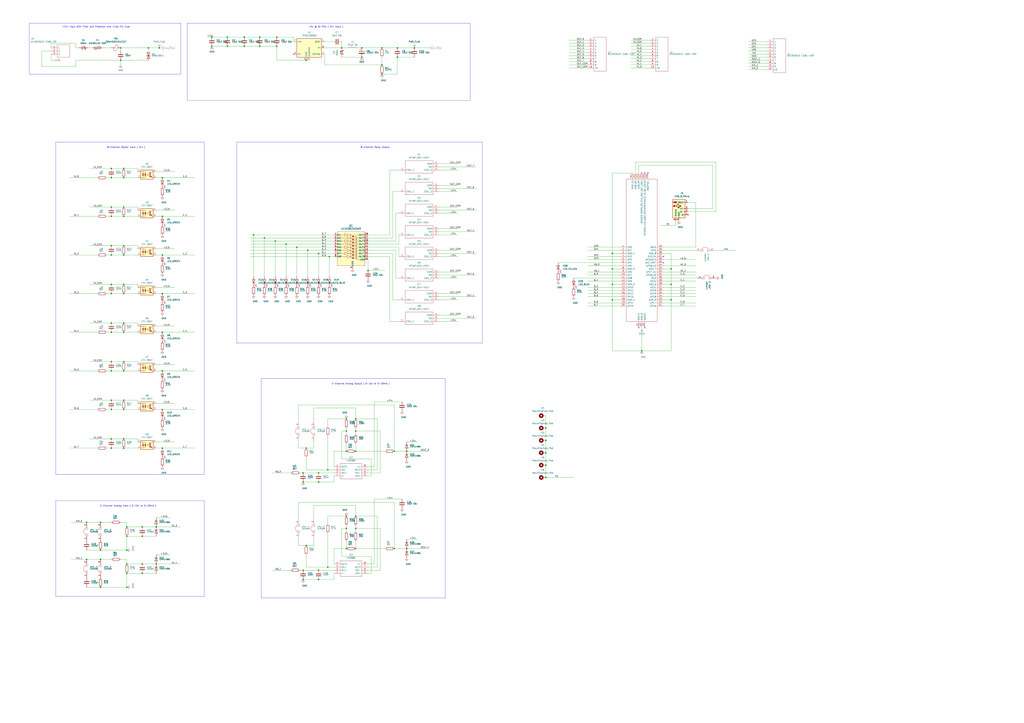
<source format=kicad_sch>
(kicad_sch (version 20201015) (generator eeschema)
  (page 1 1)
  (paper "A1")
  (title_block (title "PicoIndustrial") (date "2021-03-16") (company "CODEAW"))
  (junction (at 71.12 429.26) (diameter 1.016))
  (junction (at 71.12 459.74) (diameter 1.016))
  (junction (at 82.55 429.26) (diameter 1.016))
  (junction (at 82.55 452.12) (diameter 1.016))
  (junction (at 82.55 459.74) (diameter 1.016))
  (junction (at 82.55 482.6) (diameter 1.016))
  (junction (at 91.44 138.43) (diameter 1.016))
  (junction (at 91.44 146.05) (diameter 1.016))
  (junction (at 91.44 170.18) (diameter 1.016))
  (junction (at 91.44 177.8) (diameter 1.016))
  (junction (at 91.44 201.93) (diameter 1.016))
  (junction (at 91.44 209.55) (diameter 1.016))
  (junction (at 91.44 233.68) (diameter 1.016))
  (junction (at 91.44 241.3) (diameter 1.016))
  (junction (at 91.44 265.43) (diameter 1.016))
  (junction (at 91.44 273.05) (diameter 1.016))
  (junction (at 91.44 297.18) (diameter 1.016))
  (junction (at 91.44 304.8) (diameter 1.016))
  (junction (at 91.44 328.93) (diameter 1.016))
  (junction (at 91.44 336.55) (diameter 1.016))
  (junction (at 91.44 360.68) (diameter 1.016))
  (junction (at 91.44 368.3) (diameter 1.016))
  (junction (at 99.06 39.37) (diameter 1.016))
  (junction (at 99.06 49.53) (diameter 1.016))
  (junction (at 101.6 138.43) (diameter 1.016))
  (junction (at 101.6 146.05) (diameter 1.016))
  (junction (at 101.6 170.18) (diameter 1.016))
  (junction (at 101.6 177.8) (diameter 1.016))
  (junction (at 101.6 201.93) (diameter 1.016))
  (junction (at 101.6 209.55) (diameter 1.016))
  (junction (at 101.6 233.68) (diameter 1.016))
  (junction (at 101.6 241.3) (diameter 1.016))
  (junction (at 101.6 265.43) (diameter 1.016))
  (junction (at 101.6 273.05) (diameter 1.016))
  (junction (at 101.6 297.18) (diameter 1.016))
  (junction (at 101.6 304.8) (diameter 1.016))
  (junction (at 101.6 328.93) (diameter 1.016))
  (junction (at 101.6 336.55) (diameter 1.016))
  (junction (at 101.6 360.68) (diameter 1.016))
  (junction (at 101.6 368.3) (diameter 1.016))
  (junction (at 104.14 433.07) (diameter 1.016))
  (junction (at 104.14 440.69) (diameter 1.016))
  (junction (at 104.14 452.12) (diameter 1.016))
  (junction (at 104.14 463.55) (diameter 1.016))
  (junction (at 104.14 471.17) (diameter 1.016))
  (junction (at 104.14 482.6) (diameter 1.016))
  (junction (at 116.84 433.07) (diameter 1.016))
  (junction (at 116.84 440.69) (diameter 1.016))
  (junction (at 116.84 463.55) (diameter 1.016))
  (junction (at 116.84 471.17) (diameter 1.016))
  (junction (at 121.92 39.37) (diameter 1.016))
  (junction (at 128.27 433.07) (diameter 1.016))
  (junction (at 128.27 463.55) (diameter 1.016))
  (junction (at 130.81 39.37) (diameter 1.016))
  (junction (at 133.35 146.05) (diameter 1.016))
  (junction (at 133.35 177.8) (diameter 1.016))
  (junction (at 133.35 209.55) (diameter 1.016))
  (junction (at 133.35 241.3) (diameter 1.016))
  (junction (at 133.35 273.05) (diameter 1.016))
  (junction (at 133.35 304.8) (diameter 1.016))
  (junction (at 133.35 336.55) (diameter 1.016))
  (junction (at 133.35 368.3) (diameter 1.016))
  (junction (at 173.99 30.48) (diameter 1.016))
  (junction (at 173.99 38.1) (diameter 1.016))
  (junction (at 186.69 30.48) (diameter 1.016))
  (junction (at 186.69 38.1) (diameter 1.016))
  (junction (at 200.66 30.48) (diameter 1.016))
  (junction (at 200.66 38.1) (diameter 1.016))
  (junction (at 208.28 193.04) (diameter 1.016))
  (junction (at 213.36 30.48) (diameter 1.016))
  (junction (at 213.36 38.1) (diameter 1.016))
  (junction (at 217.17 195.58) (diameter 1.016))
  (junction (at 226.06 198.12) (diameter 1.016))
  (junction (at 227.33 30.48) (diameter 1.016))
  (junction (at 227.33 38.1) (diameter 1.016))
  (junction (at 234.95 200.66) (diameter 1.016))
  (junction (at 243.84 203.2) (diameter 1.016))
  (junction (at 248.92 388.62) (diameter 1.016))
  (junction (at 248.92 396.24) (diameter 1.016))
  (junction (at 248.92 468.63) (diameter 1.016))
  (junction (at 248.92 476.25) (diameter 1.016))
  (junction (at 251.46 49.53) (diameter 1.016))
  (junction (at 251.46 368.3) (diameter 1.016))
  (junction (at 251.46 448.31) (diameter 1.016))
  (junction (at 252.73 205.74) (diameter 1.016))
  (junction (at 261.62 208.28) (diameter 1.016))
  (junction (at 261.62 388.62) (diameter 1.016))
  (junction (at 261.62 396.24) (diameter 1.016))
  (junction (at 261.62 468.63) (diameter 1.016))
  (junction (at 261.62 476.25) (diameter 1.016))
  (junction (at 269.24 386.08) (diameter 1.016))
  (junction (at 269.24 466.09) (diameter 1.016))
  (junction (at 270.51 210.82) (diameter 1.016))
  (junction (at 280.67 39.37) (diameter 1.016))
  (junction (at 284.48 344.17) (diameter 1.016))
  (junction (at 284.48 354.33) (diameter 1.016))
  (junction (at 284.48 370.84) (diameter 1.016))
  (junction (at 284.48 424.18) (diameter 1.016))
  (junction (at 284.48 434.34) (diameter 1.016))
  (junction (at 284.48 450.85) (diameter 1.016))
  (junction (at 292.1 344.17) (diameter 1.016))
  (junction (at 292.1 354.33) (diameter 1.016))
  (junction (at 292.1 370.84) (diameter 1.016))
  (junction (at 292.1 424.18) (diameter 1.016))
  (junction (at 292.1 434.34) (diameter 1.016))
  (junction (at 292.1 450.85) (diameter 1.016))
  (junction (at 297.18 39.37) (diameter 1.016))
  (junction (at 297.18 46.99) (diameter 1.016))
  (junction (at 302.26 222.25) (diameter 1.016))
  (junction (at 313.69 39.37) (diameter 1.016))
  (junction (at 313.69 53.34) (diameter 1.016))
  (junction (at 313.69 60.96) (diameter 1.016))
  (junction (at 323.85 370.84) (diameter 1.016))
  (junction (at 323.85 450.85) (diameter 1.016))
  (junction (at 326.39 39.37) (diameter 1.016))
  (junction (at 326.39 46.99) (diameter 1.016))
  (junction (at 334.01 370.84) (diameter 1.016))
  (junction (at 334.01 450.85) (diameter 1.016))
  (junction (at 340.36 39.37) (diameter 1.016))
  (junction (at 448.31 351.79) (diameter 1.016))
  (junction (at 448.31 361.95) (diameter 1.016))
  (junction (at 448.31 372.11) (diameter 1.016))
  (junction (at 448.31 382.27) (diameter 1.016))
  (junction (at 448.31 392.43) (diameter 1.016))
  (junction (at 502.92 208.28) (diameter 1.016))
  (junction (at 502.92 220.98) (diameter 1.016))
  (junction (at 502.92 233.68) (diameter 1.016))
  (junction (at 502.92 246.38) (diameter 1.016))
  (junction (at 527.05 288.29) (diameter 1.016))
  (junction (at 551.18 220.98) (diameter 1.016))
  (junction (at 551.18 233.68) (diameter 1.016))
  (junction (at 551.18 246.38) (diameter 1.016))
  (no_connect (at 527.05 142.24))
  (no_connect (at 544.83 210.82))
  (no_connect (at 241.3 44.45))
  (no_connect (at 524.51 269.24))
  (no_connect (at 544.83 215.9))
  (no_connect (at 529.59 142.24))
  (no_connect (at 529.59 269.24))
  (no_connect (at 565.15 176.53))
  (no_connect (at 532.13 142.24))
  (wire (pts (xy 34.29 41.91) (xy 34.29 54.61)))
  (wire (pts (xy 34.29 54.61) (xy 62.23 54.61)))
  (wire (pts (xy 41.91 35.56) (xy 62.23 35.56)))
  (wire (pts (xy 41.91 39.37) (xy 41.91 35.56)))
  (wire (pts (xy 41.91 41.91) (xy 34.29 41.91)))
  (wire (pts (xy 41.91 44.45) (xy 41.91 49.53)))
  (wire (pts (xy 41.91 49.53) (xy 45.72 49.53)))
  (wire (pts (xy 57.15 146.05) (xy 80.01 146.05)))
  (wire (pts (xy 57.15 177.8) (xy 80.01 177.8)))
  (wire (pts (xy 57.15 209.55) (xy 80.01 209.55)))
  (wire (pts (xy 57.15 241.3) (xy 80.01 241.3)))
  (wire (pts (xy 57.15 273.05) (xy 80.01 273.05)))
  (wire (pts (xy 57.15 304.8) (xy 80.01 304.8)))
  (wire (pts (xy 57.15 336.55) (xy 80.01 336.55)))
  (wire (pts (xy 57.15 368.3) (xy 80.01 368.3)))
  (wire (pts (xy 58.42 429.26) (xy 71.12 429.26)))
  (wire (pts (xy 58.42 459.74) (xy 71.12 459.74)))
  (wire (pts (xy 62.23 35.56) (xy 62.23 39.37)))
  (wire (pts (xy 62.23 39.37) (xy 64.77 39.37)))
  (wire (pts (xy 62.23 49.53) (xy 99.06 49.53)))
  (wire (pts (xy 62.23 54.61) (xy 62.23 49.53)))
  (wire (pts (xy 71.12 429.26) (xy 82.55 429.26)))
  (wire (pts (xy 71.12 452.12) (xy 82.55 452.12)))
  (wire (pts (xy 71.12 459.74) (xy 82.55 459.74)))
  (wire (pts (xy 71.12 482.6) (xy 82.55 482.6)))
  (wire (pts (xy 72.39 39.37) (xy 76.2 39.37)))
  (wire (pts (xy 73.66 138.43) (xy 91.44 138.43)))
  (wire (pts (xy 73.66 170.18) (xy 91.44 170.18)))
  (wire (pts (xy 73.66 201.93) (xy 91.44 201.93)))
  (wire (pts (xy 73.66 233.68) (xy 91.44 233.68)))
  (wire (pts (xy 73.66 265.43) (xy 91.44 265.43)))
  (wire (pts (xy 73.66 297.18) (xy 91.44 297.18)))
  (wire (pts (xy 73.66 328.93) (xy 91.44 328.93)))
  (wire (pts (xy 73.66 360.68) (xy 91.44 360.68)))
  (wire (pts (xy 82.55 429.26) (xy 91.44 429.26)))
  (wire (pts (xy 82.55 452.12) (xy 104.14 452.12)))
  (wire (pts (xy 82.55 459.74) (xy 91.44 459.74)))
  (wire (pts (xy 82.55 482.6) (xy 104.14 482.6)))
  (wire (pts (xy 83.82 39.37) (xy 91.44 39.37)))
  (wire (pts (xy 87.63 146.05) (xy 91.44 146.05)))
  (wire (pts (xy 87.63 177.8) (xy 91.44 177.8)))
  (wire (pts (xy 87.63 209.55) (xy 91.44 209.55)))
  (wire (pts (xy 87.63 241.3) (xy 91.44 241.3)))
  (wire (pts (xy 87.63 273.05) (xy 91.44 273.05)))
  (wire (pts (xy 87.63 304.8) (xy 91.44 304.8)))
  (wire (pts (xy 87.63 336.55) (xy 91.44 336.55)))
  (wire (pts (xy 87.63 368.3) (xy 91.44 368.3)))
  (wire (pts (xy 91.44 138.43) (xy 101.6 138.43)))
  (wire (pts (xy 91.44 146.05) (xy 101.6 146.05)))
  (wire (pts (xy 91.44 170.18) (xy 101.6 170.18)))
  (wire (pts (xy 91.44 177.8) (xy 101.6 177.8)))
  (wire (pts (xy 91.44 201.93) (xy 101.6 201.93)))
  (wire (pts (xy 91.44 209.55) (xy 101.6 209.55)))
  (wire (pts (xy 91.44 233.68) (xy 101.6 233.68)))
  (wire (pts (xy 91.44 241.3) (xy 101.6 241.3)))
  (wire (pts (xy 91.44 265.43) (xy 101.6 265.43)))
  (wire (pts (xy 91.44 273.05) (xy 101.6 273.05)))
  (wire (pts (xy 91.44 297.18) (xy 101.6 297.18)))
  (wire (pts (xy 91.44 304.8) (xy 101.6 304.8)))
  (wire (pts (xy 91.44 328.93) (xy 101.6 328.93)))
  (wire (pts (xy 91.44 336.55) (xy 101.6 336.55)))
  (wire (pts (xy 91.44 360.68) (xy 101.6 360.68)))
  (wire (pts (xy 91.44 368.3) (xy 101.6 368.3)))
  (wire (pts (xy 99.06 39.37) (xy 99.06 41.91)))
  (wire (pts (xy 99.06 39.37) (xy 121.92 39.37)))
  (wire (pts (xy 99.06 49.53) (xy 99.06 53.34)))
  (wire (pts (xy 99.06 49.53) (xy 121.92 49.53)))
  (wire (pts (xy 99.06 429.26) (xy 104.14 429.26)))
  (wire (pts (xy 99.06 459.74) (xy 104.14 459.74)))
  (wire (pts (xy 101.6 138.43) (xy 113.03 138.43)))
  (wire (pts (xy 101.6 146.05) (xy 113.03 146.05)))
  (wire (pts (xy 101.6 170.18) (xy 113.03 170.18)))
  (wire (pts (xy 101.6 177.8) (xy 113.03 177.8)))
  (wire (pts (xy 101.6 201.93) (xy 113.03 201.93)))
  (wire (pts (xy 101.6 209.55) (xy 113.03 209.55)))
  (wire (pts (xy 101.6 233.68) (xy 113.03 233.68)))
  (wire (pts (xy 101.6 241.3) (xy 113.03 241.3)))
  (wire (pts (xy 101.6 265.43) (xy 113.03 265.43)))
  (wire (pts (xy 101.6 273.05) (xy 113.03 273.05)))
  (wire (pts (xy 101.6 297.18) (xy 113.03 297.18)))
  (wire (pts (xy 101.6 304.8) (xy 113.03 304.8)))
  (wire (pts (xy 101.6 328.93) (xy 113.03 328.93)))
  (wire (pts (xy 101.6 336.55) (xy 113.03 336.55)))
  (wire (pts (xy 101.6 360.68) (xy 113.03 360.68)))
  (wire (pts (xy 101.6 368.3) (xy 113.03 368.3)))
  (wire (pts (xy 104.14 429.26) (xy 104.14 433.07)))
  (wire (pts (xy 104.14 433.07) (xy 116.84 433.07)))
  (wire (pts (xy 104.14 440.69) (xy 116.84 440.69)))
  (wire (pts (xy 104.14 452.12) (xy 104.14 440.69)))
  (wire (pts (xy 104.14 459.74) (xy 104.14 463.55)))
  (wire (pts (xy 104.14 463.55) (xy 116.84 463.55)))
  (wire (pts (xy 104.14 471.17) (xy 116.84 471.17)))
  (wire (pts (xy 104.14 482.6) (xy 104.14 471.17)))
  (wire (pts (xy 113.03 140.97) (xy 113.03 138.43)))
  (wire (pts (xy 113.03 172.72) (xy 113.03 170.18)))
  (wire (pts (xy 113.03 204.47) (xy 113.03 201.93)))
  (wire (pts (xy 113.03 236.22) (xy 113.03 233.68)))
  (wire (pts (xy 113.03 267.97) (xy 113.03 265.43)))
  (wire (pts (xy 113.03 299.72) (xy 113.03 297.18)))
  (wire (pts (xy 113.03 331.47) (xy 113.03 328.93)))
  (wire (pts (xy 113.03 363.22) (xy 113.03 360.68)))
  (wire (pts (xy 116.84 433.07) (xy 128.27 433.07)))
  (wire (pts (xy 116.84 440.69) (xy 128.27 440.69)))
  (wire (pts (xy 116.84 463.55) (xy 128.27 463.55)))
  (wire (pts (xy 116.84 471.17) (xy 128.27 471.17)))
  (wire (pts (xy 121.92 39.37) (xy 130.81 39.37)))
  (wire (pts (xy 121.92 41.91) (xy 121.92 39.37)))
  (wire (pts (xy 128.27 140.97) (xy 143.51 140.97)))
  (wire (pts (xy 128.27 146.05) (xy 133.35 146.05)))
  (wire (pts (xy 128.27 172.72) (xy 143.51 172.72)))
  (wire (pts (xy 128.27 177.8) (xy 133.35 177.8)))
  (wire (pts (xy 128.27 204.47) (xy 143.51 204.47)))
  (wire (pts (xy 128.27 209.55) (xy 133.35 209.55)))
  (wire (pts (xy 128.27 236.22) (xy 143.51 236.22)))
  (wire (pts (xy 128.27 241.3) (xy 133.35 241.3)))
  (wire (pts (xy 128.27 267.97) (xy 143.51 267.97)))
  (wire (pts (xy 128.27 273.05) (xy 133.35 273.05)))
  (wire (pts (xy 128.27 299.72) (xy 143.51 299.72)))
  (wire (pts (xy 128.27 304.8) (xy 133.35 304.8)))
  (wire (pts (xy 128.27 331.47) (xy 143.51 331.47)))
  (wire (pts (xy 128.27 336.55) (xy 133.35 336.55)))
  (wire (pts (xy 128.27 363.22) (xy 143.51 363.22)))
  (wire (pts (xy 128.27 368.3) (xy 133.35 368.3)))
  (wire (pts (xy 128.27 425.45) (xy 139.7 425.45)))
  (wire (pts (xy 128.27 433.07) (xy 148.59 433.07)))
  (wire (pts (xy 128.27 455.93) (xy 139.7 455.93)))
  (wire (pts (xy 128.27 463.55) (xy 148.59 463.55)))
  (wire (pts (xy 130.81 39.37) (xy 133.35 39.37)))
  (wire (pts (xy 133.35 146.05) (xy 160.02 146.05)))
  (wire (pts (xy 133.35 177.8) (xy 160.02 177.8)))
  (wire (pts (xy 133.35 209.55) (xy 160.02 209.55)))
  (wire (pts (xy 133.35 241.3) (xy 160.02 241.3)))
  (wire (pts (xy 133.35 273.05) (xy 160.02 273.05)))
  (wire (pts (xy 133.35 304.8) (xy 160.02 304.8)))
  (wire (pts (xy 133.35 336.55) (xy 160.02 336.55)))
  (wire (pts (xy 133.35 368.3) (xy 160.02 368.3)))
  (wire (pts (xy 170.18 30.48) (xy 173.99 30.48)))
  (wire (pts (xy 173.99 30.48) (xy 186.69 30.48)))
  (wire (pts (xy 173.99 38.1) (xy 186.69 38.1)))
  (wire (pts (xy 186.69 30.48) (xy 200.66 30.48)))
  (wire (pts (xy 186.69 38.1) (xy 200.66 38.1)))
  (wire (pts (xy 200.66 30.48) (xy 213.36 30.48)))
  (wire (pts (xy 200.66 38.1) (xy 213.36 38.1)))
  (wire (pts (xy 205.74 193.04) (xy 208.28 193.04)))
  (wire (pts (xy 205.74 195.58) (xy 217.17 195.58)))
  (wire (pts (xy 205.74 198.12) (xy 226.06 198.12)))
  (wire (pts (xy 205.74 200.66) (xy 234.95 200.66)))
  (wire (pts (xy 205.74 203.2) (xy 243.84 203.2)))
  (wire (pts (xy 205.74 205.74) (xy 252.73 205.74)))
  (wire (pts (xy 205.74 208.28) (xy 261.62 208.28)))
  (wire (pts (xy 205.74 210.82) (xy 270.51 210.82)))
  (wire (pts (xy 208.28 193.04) (xy 208.28 227.33)))
  (wire (pts (xy 208.28 193.04) (xy 274.32 193.04)))
  (wire (pts (xy 213.36 30.48) (xy 227.33 30.48)))
  (wire (pts (xy 213.36 38.1) (xy 227.33 38.1)))
  (wire (pts (xy 217.17 195.58) (xy 217.17 227.33)))
  (wire (pts (xy 217.17 195.58) (xy 274.32 195.58)))
  (wire (pts (xy 223.52 388.62) (xy 238.76 388.62)))
  (wire (pts (xy 223.52 468.63) (xy 238.76 468.63)))
  (wire (pts (xy 226.06 198.12) (xy 226.06 227.33)))
  (wire (pts (xy 226.06 198.12) (xy 274.32 198.12)))
  (wire (pts (xy 227.33 30.48) (xy 241.3 30.48)))
  (wire (pts (xy 227.33 38.1) (xy 227.33 49.53)))
  (wire (pts (xy 227.33 49.53) (xy 251.46 49.53)))
  (wire (pts (xy 234.95 200.66) (xy 234.95 227.33)))
  (wire (pts (xy 234.95 200.66) (xy 274.32 200.66)))
  (wire (pts (xy 241.3 30.48) (xy 241.3 34.29)))
  (wire (pts (xy 243.84 203.2) (xy 243.84 227.33)))
  (wire (pts (xy 243.84 203.2) (xy 274.32 203.2)))
  (wire (pts (xy 245.11 332.74) (xy 323.85 332.74)))
  (wire (pts (xy 245.11 346.71) (xy 245.11 332.74)))
  (wire (pts (xy 245.11 368.3) (xy 245.11 361.95)))
  (wire (pts (xy 245.11 412.75) (xy 323.85 412.75)))
  (wire (pts (xy 245.11 426.72) (xy 245.11 412.75)))
  (wire (pts (xy 245.11 448.31) (xy 245.11 441.96)))
  (wire (pts (xy 246.38 388.62) (xy 248.92 388.62)))
  (wire (pts (xy 246.38 468.63) (xy 248.92 468.63)))
  (wire (pts (xy 248.92 388.62) (xy 261.62 388.62)))
  (wire (pts (xy 248.92 396.24) (xy 261.62 396.24)))
  (wire (pts (xy 248.92 468.63) (xy 261.62 468.63)))
  (wire (pts (xy 248.92 476.25) (xy 261.62 476.25)))
  (wire (pts (xy 251.46 49.53) (xy 254 49.53)))
  (wire (pts (xy 251.46 368.3) (xy 245.11 368.3)))
  (wire (pts (xy 251.46 368.3) (xy 257.81 368.3)))
  (wire (pts (xy 251.46 386.08) (xy 251.46 375.92)))
  (wire (pts (xy 251.46 448.31) (xy 245.11 448.31)))
  (wire (pts (xy 251.46 448.31) (xy 257.81 448.31)))
  (wire (pts (xy 251.46 466.09) (xy 251.46 455.93)))
  (wire (pts (xy 252.73 205.74) (xy 252.73 227.33)))
  (wire (pts (xy 252.73 205.74) (xy 274.32 205.74)))
  (wire (pts (xy 257.81 335.28) (xy 292.1 335.28)))
  (wire (pts (xy 257.81 346.71) (xy 257.81 335.28)))
  (wire (pts (xy 257.81 368.3) (xy 257.81 361.95)))
  (wire (pts (xy 257.81 415.29) (xy 292.1 415.29)))
  (wire (pts (xy 257.81 426.72) (xy 257.81 415.29)))
  (wire (pts (xy 257.81 448.31) (xy 257.81 441.96)))
  (wire (pts (xy 261.62 208.28) (xy 261.62 227.33)))
  (wire (pts (xy 261.62 208.28) (xy 274.32 208.28)))
  (wire (pts (xy 261.62 388.62) (xy 274.32 388.62)))
  (wire (pts (xy 261.62 396.24) (xy 274.32 396.24)))
  (wire (pts (xy 261.62 468.63) (xy 274.32 468.63)))
  (wire (pts (xy 261.62 476.25) (xy 274.32 476.25)))
  (wire (pts (xy 266.7 34.29) (xy 273.05 34.29)))
  (wire (pts (xy 266.7 39.37) (xy 280.67 39.37)))
  (wire (pts (xy 266.7 44.45) (xy 266.7 53.34)))
  (wire (pts (xy 266.7 53.34) (xy 313.69 53.34)))
  (wire (pts (xy 269.24 344.17) (xy 284.48 344.17)))
  (wire (pts (xy 269.24 350.52) (xy 269.24 344.17)))
  (wire (pts (xy 269.24 386.08) (xy 251.46 386.08)))
  (wire (pts (xy 269.24 386.08) (xy 269.24 358.14)))
  (wire (pts (xy 269.24 424.18) (xy 284.48 424.18)))
  (wire (pts (xy 269.24 430.53) (xy 269.24 424.18)))
  (wire (pts (xy 269.24 466.09) (xy 251.46 466.09)))
  (wire (pts (xy 269.24 466.09) (xy 269.24 438.15)))
  (wire (pts (xy 270.51 210.82) (xy 270.51 227.33)))
  (wire (pts (xy 270.51 210.82) (xy 274.32 210.82)))
  (wire (pts (xy 274.32 370.84) (xy 284.48 370.84)))
  (wire (pts (xy 274.32 383.54) (xy 274.32 370.84)))
  (wire (pts (xy 274.32 386.08) (xy 269.24 386.08)))
  (wire (pts (xy 274.32 396.24) (xy 274.32 391.16)))
  (wire (pts (xy 274.32 450.85) (xy 284.48 450.85)))
  (wire (pts (xy 274.32 463.55) (xy 274.32 450.85)))
  (wire (pts (xy 274.32 466.09) (xy 269.24 466.09)))
  (wire (pts (xy 274.32 476.25) (xy 274.32 471.17)))
  (wire (pts (xy 280.67 34.29) (xy 280.67 39.37)))
  (wire (pts (xy 280.67 39.37) (xy 285.75 39.37)))
  (wire (pts (xy 280.67 46.99) (xy 297.18 46.99)))
  (wire (pts (xy 280.67 354.33) (xy 280.67 377.19)))
  (wire (pts (xy 280.67 377.19) (xy 304.8 377.19)))
  (wire (pts (xy 280.67 434.34) (xy 280.67 457.2)))
  (wire (pts (xy 280.67 457.2) (xy 304.8 457.2)))
  (wire (pts (xy 284.48 351.79) (xy 284.48 354.33)))
  (wire (pts (xy 284.48 354.33) (xy 280.67 354.33)))
  (wire (pts (xy 284.48 354.33) (xy 284.48 356.87)))
  (wire (pts (xy 284.48 364.49) (xy 284.48 370.84)))
  (wire (pts (xy 284.48 431.8) (xy 284.48 434.34)))
  (wire (pts (xy 284.48 434.34) (xy 280.67 434.34)))
  (wire (pts (xy 284.48 434.34) (xy 284.48 436.88)))
  (wire (pts (xy 284.48 444.5) (xy 284.48 450.85)))
  (wire (pts (xy 292.1 344.17) (xy 292.1 335.28)))
  (wire (pts (xy 292.1 351.79) (xy 292.1 354.33)))
  (wire (pts (xy 292.1 354.33) (xy 292.1 356.87)))
  (wire (pts (xy 292.1 354.33) (xy 312.42 354.33)))
  (wire (pts (xy 292.1 364.49) (xy 292.1 370.84)))
  (wire (pts (xy 292.1 370.84) (xy 316.23 370.84)))
  (wire (pts (xy 292.1 424.18) (xy 292.1 415.29)))
  (wire (pts (xy 292.1 431.8) (xy 292.1 434.34)))
  (wire (pts (xy 292.1 434.34) (xy 292.1 436.88)))
  (wire (pts (xy 292.1 434.34) (xy 312.42 434.34)))
  (wire (pts (xy 292.1 444.5) (xy 292.1 450.85)))
  (wire (pts (xy 292.1 450.85) (xy 316.23 450.85)))
  (wire (pts (xy 293.37 39.37) (xy 297.18 39.37)))
  (wire (pts (xy 297.18 39.37) (xy 313.69 39.37)))
  (wire (pts (xy 302.26 193.04) (xy 320.04 193.04)))
  (wire (pts (xy 302.26 195.58) (xy 322.58 195.58)))
  (wire (pts (xy 302.26 198.12) (xy 325.12 198.12)))
  (wire (pts (xy 302.26 200.66) (xy 327.66 200.66)))
  (wire (pts (xy 302.26 203.2) (xy 327.66 203.2)))
  (wire (pts (xy 302.26 205.74) (xy 325.12 205.74)))
  (wire (pts (xy 302.26 208.28) (xy 322.58 208.28)))
  (wire (pts (xy 302.26 210.82) (xy 320.04 210.82)))
  (wire (pts (xy 302.26 213.36) (xy 302.26 222.25)))
  (wire (pts (xy 302.26 222.25) (xy 316.23 222.25)))
  (wire (pts (xy 302.26 383.54) (xy 307.34 383.54)))
  (wire (pts (xy 302.26 386.08) (xy 309.88 386.08)))
  (wire (pts (xy 302.26 463.55) (xy 307.34 463.55)))
  (wire (pts (xy 302.26 466.09) (xy 309.88 466.09)))
  (wire (pts (xy 304.8 377.19) (xy 304.8 391.16)))
  (wire (pts (xy 304.8 391.16) (xy 302.26 391.16)))
  (wire (pts (xy 304.8 457.2) (xy 304.8 471.17)))
  (wire (pts (xy 304.8 471.17) (xy 302.26 471.17)))
  (wire (pts (xy 307.34 330.2) (xy 330.2 330.2)))
  (wire (pts (xy 307.34 383.54) (xy 307.34 330.2)))
  (wire (pts (xy 307.34 410.21) (xy 330.2 410.21)))
  (wire (pts (xy 307.34 463.55) (xy 307.34 410.21)))
  (wire (pts (xy 309.88 344.17) (xy 292.1 344.17)))
  (wire (pts (xy 309.88 386.08) (xy 309.88 344.17)))
  (wire (pts (xy 309.88 424.18) (xy 292.1 424.18)))
  (wire (pts (xy 309.88 466.09) (xy 309.88 424.18)))
  (wire (pts (xy 312.42 354.33) (xy 312.42 388.62)))
  (wire (pts (xy 312.42 388.62) (xy 302.26 388.62)))
  (wire (pts (xy 312.42 434.34) (xy 312.42 468.63)))
  (wire (pts (xy 312.42 468.63) (xy 302.26 468.63)))
  (wire (pts (xy 313.69 39.37) (xy 326.39 39.37)))
  (wire (pts (xy 313.69 46.99) (xy 313.69 53.34)))
  (wire (pts (xy 320.04 139.7) (xy 327.66 139.7)))
  (wire (pts (xy 320.04 193.04) (xy 320.04 139.7)))
  (wire (pts (xy 320.04 210.82) (xy 320.04 264.16)))
  (wire (pts (xy 320.04 264.16) (xy 327.66 264.16)))
  (wire (pts (xy 322.58 157.48) (xy 327.66 157.48)))
  (wire (pts (xy 322.58 195.58) (xy 322.58 157.48)))
  (wire (pts (xy 322.58 208.28) (xy 322.58 246.38)))
  (wire (pts (xy 322.58 246.38) (xy 327.66 246.38)))
  (wire (pts (xy 323.85 332.74) (xy 323.85 370.84)))
  (wire (pts (xy 323.85 370.84) (xy 334.01 370.84)))
  (wire (pts (xy 323.85 412.75) (xy 323.85 450.85)))
  (wire (pts (xy 323.85 450.85) (xy 334.01 450.85)))
  (wire (pts (xy 325.12 175.26) (xy 327.66 175.26)))
  (wire (pts (xy 325.12 198.12) (xy 325.12 175.26)))
  (wire (pts (xy 325.12 205.74) (xy 325.12 228.6)))
  (wire (pts (xy 325.12 228.6) (xy 327.66 228.6)))
  (wire (pts (xy 326.39 39.37) (xy 340.36 39.37)))
  (wire (pts (xy 326.39 46.99) (xy 326.39 60.96)))
  (wire (pts (xy 326.39 46.99) (xy 340.36 46.99)))
  (wire (pts (xy 326.39 60.96) (xy 313.69 60.96)))
  (wire (pts (xy 327.66 200.66) (xy 327.66 193.04)))
  (wire (pts (xy 327.66 203.2) (xy 327.66 210.82)))
  (wire (pts (xy 334.01 363.22) (xy 342.9 363.22)))
  (wire (pts (xy 334.01 370.84) (xy 351.79 370.84)))
  (wire (pts (xy 334.01 443.23) (xy 342.9 443.23)))
  (wire (pts (xy 334.01 450.85) (xy 351.79 450.85)))
  (wire (pts (xy 340.36 39.37) (xy 354.33 39.37)))
  (wire (pts (xy 360.68 134.62) (xy 375.92 134.62)))
  (wire (pts (xy 360.68 137.16) (xy 391.16 137.16)))
  (wire (pts (xy 360.68 139.7) (xy 375.92 139.7)))
  (wire (pts (xy 360.68 152.4) (xy 375.92 152.4)))
  (wire (pts (xy 360.68 154.94) (xy 391.16 154.94)))
  (wire (pts (xy 360.68 157.48) (xy 375.92 157.48)))
  (wire (pts (xy 360.68 170.18) (xy 375.92 170.18)))
  (wire (pts (xy 360.68 172.72) (xy 391.16 172.72)))
  (wire (pts (xy 360.68 175.26) (xy 375.92 175.26)))
  (wire (pts (xy 360.68 187.96) (xy 375.92 187.96)))
  (wire (pts (xy 360.68 190.5) (xy 391.16 190.5)))
  (wire (pts (xy 360.68 193.04) (xy 375.92 193.04)))
  (wire (pts (xy 360.68 205.74) (xy 375.92 205.74)))
  (wire (pts (xy 360.68 208.28) (xy 391.16 208.28)))
  (wire (pts (xy 360.68 210.82) (xy 375.92 210.82)))
  (wire (pts (xy 360.68 223.52) (xy 375.92 223.52)))
  (wire (pts (xy 360.68 226.06) (xy 391.16 226.06)))
  (wire (pts (xy 360.68 228.6) (xy 375.92 228.6)))
  (wire (pts (xy 360.68 241.3) (xy 375.92 241.3)))
  (wire (pts (xy 360.68 243.84) (xy 391.16 243.84)))
  (wire (pts (xy 360.68 246.38) (xy 375.92 246.38)))
  (wire (pts (xy 360.68 259.08) (xy 375.92 259.08)))
  (wire (pts (xy 360.68 261.62) (xy 391.16 261.62)))
  (wire (pts (xy 360.68 264.16) (xy 375.92 264.16)))
  (wire (pts (xy 448.31 341.63) (xy 448.31 351.79)))
  (wire (pts (xy 448.31 351.79) (xy 448.31 361.95)))
  (wire (pts (xy 448.31 361.95) (xy 448.31 372.11)))
  (wire (pts (xy 448.31 372.11) (xy 448.31 382.27)))
  (wire (pts (xy 448.31 382.27) (xy 448.31 392.43)))
  (wire (pts (xy 448.31 392.43) (xy 471.17 392.43)))
  (wire (pts (xy 458.47 215.9) (xy 509.27 215.9)))
  (wire (pts (xy 467.36 33.02) (xy 482.6 33.02)))
  (wire (pts (xy 467.36 35.56) (xy 482.6 35.56)))
  (wire (pts (xy 467.36 38.1) (xy 482.6 38.1)))
  (wire (pts (xy 467.36 40.64) (xy 482.6 40.64)))
  (wire (pts (xy 467.36 43.18) (xy 482.6 43.18)))
  (wire (pts (xy 467.36 45.72) (xy 482.6 45.72)))
  (wire (pts (xy 467.36 48.26) (xy 482.6 48.26)))
  (wire (pts (xy 467.36 50.8) (xy 482.6 50.8)))
  (wire (pts (xy 467.36 53.34) (xy 482.6 53.34)))
  (wire (pts (xy 467.36 55.88) (xy 482.6 55.88)))
  (wire (pts (xy 471.17 228.6) (xy 509.27 228.6)))
  (wire (pts (xy 482.6 203.2) (xy 509.27 203.2)))
  (wire (pts (xy 482.6 205.74) (xy 509.27 205.74)))
  (wire (pts (xy 482.6 210.82) (xy 509.27 210.82)))
  (wire (pts (xy 482.6 213.36) (xy 509.27 213.36)))
  (wire (pts (xy 482.6 218.44) (xy 509.27 218.44)))
  (wire (pts (xy 482.6 223.52) (xy 509.27 223.52)))
  (wire (pts (xy 482.6 226.06) (xy 509.27 226.06)))
  (wire (pts (xy 482.6 231.14) (xy 509.27 231.14)))
  (wire (pts (xy 482.6 236.22) (xy 509.27 236.22)))
  (wire (pts (xy 482.6 238.76) (xy 509.27 238.76)))
  (wire (pts (xy 482.6 241.3) (xy 509.27 241.3)))
  (wire (pts (xy 482.6 243.84) (xy 509.27 243.84)))
  (wire (pts (xy 482.6 248.92) (xy 509.27 248.92)))
  (wire (pts (xy 482.6 251.46) (xy 509.27 251.46)))
  (wire (pts (xy 502.92 142.24) (xy 502.92 208.28)))
  (wire (pts (xy 502.92 208.28) (xy 502.92 220.98)))
  (wire (pts (xy 502.92 220.98) (xy 502.92 233.68)))
  (wire (pts (xy 502.92 233.68) (xy 509.27 233.68)))
  (wire (pts (xy 502.92 246.38) (xy 502.92 233.68)))
  (wire (pts (xy 502.92 288.29) (xy 502.92 246.38)))
  (wire (pts (xy 509.27 208.28) (xy 502.92 208.28)))
  (wire (pts (xy 509.27 220.98) (xy 502.92 220.98)))
  (wire (pts (xy 509.27 246.38) (xy 502.92 246.38)))
  (wire (pts (xy 518.16 33.02) (xy 533.4 33.02)))
  (wire (pts (xy 518.16 35.56) (xy 533.4 35.56)))
  (wire (pts (xy 518.16 38.1) (xy 533.4 38.1)))
  (wire (pts (xy 518.16 40.64) (xy 533.4 40.64)))
  (wire (pts (xy 518.16 43.18) (xy 533.4 43.18)))
  (wire (pts (xy 518.16 45.72) (xy 533.4 45.72)))
  (wire (pts (xy 518.16 48.26) (xy 533.4 48.26)))
  (wire (pts (xy 518.16 50.8) (xy 533.4 50.8)))
  (wire (pts (xy 518.16 53.34) (xy 533.4 53.34)))
  (wire (pts (xy 518.16 55.88) (xy 533.4 55.88)))
  (wire (pts (xy 519.43 142.24) (xy 502.92 142.24)))
  (wire (pts (xy 521.97 133.35) (xy 521.97 142.24)))
  (wire (pts (xy 524.51 135.89) (xy 524.51 142.24)))
  (wire (pts (xy 527.05 269.24) (xy 527.05 288.29)))
  (wire (pts (xy 527.05 288.29) (xy 502.92 288.29)))
  (wire (pts (xy 527.05 288.29) (xy 551.18 288.29)))
  (wire (pts (xy 542.29 185.42) (xy 554.99 185.42)))
  (wire (pts (xy 544.83 203.2) (xy 571.5 203.2)))
  (wire (pts (xy 544.83 205.74) (xy 571.5 205.74)))
  (wire (pts (xy 544.83 208.28) (xy 551.18 208.28)))
  (wire (pts (xy 544.83 213.36) (xy 571.5 213.36)))
  (wire (pts (xy 544.83 218.44) (xy 571.5 218.44)))
  (wire (pts (xy 544.83 223.52) (xy 571.5 223.52)))
  (wire (pts (xy 544.83 226.06) (xy 571.5 226.06)))
  (wire (pts (xy 544.83 228.6) (xy 572.77 228.6)))
  (wire (pts (xy 544.83 231.14) (xy 571.5 231.14)))
  (wire (pts (xy 544.83 233.68) (xy 551.18 233.68)))
  (wire (pts (xy 544.83 236.22) (xy 571.5 236.22)))
  (wire (pts (xy 544.83 238.76) (xy 571.5 238.76)))
  (wire (pts (xy 544.83 241.3) (xy 571.5 241.3)))
  (wire (pts (xy 544.83 243.84) (xy 571.5 243.84)))
  (wire (pts (xy 544.83 246.38) (xy 551.18 246.38)))
  (wire (pts (xy 544.83 248.92) (xy 571.5 248.92)))
  (wire (pts (xy 544.83 251.46) (xy 571.5 251.46)))
  (wire (pts (xy 551.18 208.28) (xy 551.18 220.98)))
  (wire (pts (xy 551.18 220.98) (xy 544.83 220.98)))
  (wire (pts (xy 551.18 233.68) (xy 551.18 220.98)))
  (wire (pts (xy 551.18 246.38) (xy 551.18 233.68)))
  (wire (pts (xy 551.18 288.29) (xy 551.18 246.38)))
  (wire (pts (xy 554.99 181.61) (xy 554.99 185.42)))
  (wire (pts (xy 565.15 171.45) (xy 585.47 171.45)))
  (wire (pts (xy 565.15 173.99) (xy 588.01 173.99)))
  (wire (pts (xy 571.5 166.37) (xy 565.15 166.37)))
  (wire (pts (xy 571.5 203.2) (xy 571.5 166.37)))
  (wire (pts (xy 585.47 135.89) (xy 524.51 135.89)))
  (wire (pts (xy 585.47 171.45) (xy 585.47 135.89)))
  (wire (pts (xy 586.74 205.74) (xy 604.52 205.74)))
  (wire (pts (xy 588.01 133.35) (xy 521.97 133.35)))
  (wire (pts (xy 588.01 173.99) (xy 588.01 133.35)))
  (wire (pts (xy 614.68 34.29) (xy 629.92 34.29)))
  (wire (pts (xy 614.68 36.83) (xy 629.92 36.83)))
  (wire (pts (xy 614.68 39.37) (xy 629.92 39.37)))
  (wire (pts (xy 614.68 41.91) (xy 629.92 41.91)))
  (wire (pts (xy 614.68 44.45) (xy 629.92 44.45)))
  (wire (pts (xy 614.68 46.99) (xy 629.92 46.99)))
  (wire (pts (xy 614.68 49.53) (xy 629.92 49.53)))
  (wire (pts (xy 614.68 52.07) (xy 629.92 52.07)))
  (wire (pts (xy 614.68 54.61) (xy 629.92 54.61)))
  (wire (pts (xy 614.68 57.15) (xy 629.92 57.15)))
  (polyline (pts (xy 24.13 19.05) (xy 148.59 19.05)) (stroke (width 0) (type solid)))
  (polyline (pts (xy 24.13 60.96) (xy 24.13 19.05)) (stroke (width 0) (type solid)))
  (polyline (pts (xy 24.13 60.96) (xy 148.59 60.96)) (stroke (width 0) (type solid)))
  (polyline (pts (xy 45.72 116.84) (xy 45.72 116.84)) (stroke (width 0) (type solid)))
  (polyline (pts (xy 45.72 116.84) (xy 45.72 389.89)) (stroke (width 0) (type solid)))
  (polyline (pts (xy 45.72 116.84) (xy 167.64 116.84)) (stroke (width 0) (type solid)))
  (polyline (pts (xy 45.72 389.89) (xy 167.64 389.89)) (stroke (width 0) (type solid)))
  (polyline (pts (xy 45.72 411.48) (xy 45.72 490.22)) (stroke (width 0) (type solid)))
  (polyline (pts (xy 45.72 411.48) (xy 167.64 411.48)) (stroke (width 0) (type solid)))
  (polyline (pts (xy 45.72 490.22) (xy 167.64 490.22)) (stroke (width 0) (type solid)))
  (polyline (pts (xy 148.59 60.96) (xy 148.59 19.05)) (stroke (width 0) (type solid)))
  (polyline (pts (xy 153.67 19.05) (xy 153.67 82.55)) (stroke (width 0) (type solid)))
  (polyline (pts (xy 153.67 19.05) (xy 386.08 19.05)) (stroke (width 0) (type solid)))
  (polyline (pts (xy 167.64 116.84) (xy 167.64 389.89)) (stroke (width 0) (type solid)))
  (polyline (pts (xy 167.64 411.48) (xy 167.64 490.22)) (stroke (width 0) (type solid)))
  (polyline (pts (xy 194.31 116.84) (xy 194.31 116.84)) (stroke (width 0) (type solid)))
  (polyline (pts (xy 194.31 116.84) (xy 194.31 281.94)) (stroke (width 0) (type solid)))
  (polyline (pts (xy 194.31 116.84) (xy 396.24 116.84)) (stroke (width 0) (type solid)))
  (polyline (pts (xy 194.31 281.94) (xy 396.24 281.94)) (stroke (width 0) (type solid)))
  (polyline (pts (xy 214.63 311.15) (xy 214.63 491.49)) (stroke (width 0) (type solid)))
  (polyline (pts (xy 214.63 311.15) (xy 365.76 311.15)) (stroke (width 0) (type solid)))
  (polyline (pts (xy 214.63 491.49) (xy 365.76 491.49)) (stroke (width 0) (type solid)))
  (polyline (pts (xy 365.76 311.15) (xy 365.76 491.49)) (stroke (width 0) (type solid)))
  (polyline (pts (xy 386.08 19.05) (xy 386.08 82.55)) (stroke (width 0) (type solid)))
  (polyline (pts (xy 386.08 82.55) (xy 153.67 82.55)) (stroke (width 0) (type solid)))
  (polyline (pts (xy 396.24 116.84) (xy 396.24 281.94)) (stroke (width 0) (type solid)))
  (text "+24v Input With Filter and Protector and ~~1.5a 24v fuse" (at 106.68 22.86 0) (effects (font (size 1.27 1.27)) (justify right bottom)))
  (text "8-Channel Digital Input ( 24v )" (at 119.38 121.92 180) (effects (font (size 1.27 1.27)) (justify right bottom)))
  (text "2-Channel Analog Input ( 0-10v or 0-20mA )" (at 128.27 416.56 180) (effects (font (size 1.27 1.27)) (justify right bottom)))
  (text "+5v @ 3A PSU ( 24v Input )" (at 281.94 22.86 180) (effects (font (size 1.27 1.27)) (justify right bottom)))
  (text "8-Channel Relay Output" (at 320.04 121.92 180) (effects (font (size 1.27 1.27)) (justify right bottom)))
  (text "2-Channel Analog Output ( 0-10v or 0-20mA )" (at 320.04 316.23 180) (effects (font (size 1.27 1.27)) (justify right bottom)))
  (label "AIN_0" (at 62.23 429.26 0))
  (label "AIN_1" (at 62.23 459.74 0))
  (label "IN_0" (at 64.77 146.05 180))
  (label "IN_1" (at 64.77 177.8 180))
  (label "IN_2" (at 64.77 209.55 180))
  (label "IN_3" (at 64.77 241.3 180))
  (label "IN_4" (at 64.77 273.05 180))
  (label "IN_5" (at 64.77 304.8 180))
  (label "IN_6" (at 64.77 336.55 180))
  (label "IN_7" (at 64.77 368.3 180))
  (label "IN_COM" (at 83.82 138.43 180))
  (label "IN_COM" (at 83.82 170.18 180))
  (label "IN_COM" (at 83.82 201.93 180))
  (label "IN_COM" (at 83.82 233.68 180))
  (label "IN_COM" (at 83.82 265.43 180))
  (label "IN_COM" (at 83.82 297.18 180))
  (label "IN_COM" (at 83.82 328.93 180))
  (label "IN_COM" (at 83.82 360.68 180))
  (label "+3.3v" (at 132.08 425.45 0))
  (label "+3.3v" (at 132.08 455.93 0))
  (label "+3.3v" (at 139.7 140.97 180))
  (label "+3.3v" (at 139.7 172.72 180))
  (label "+3.3v" (at 139.7 204.47 180))
  (label "+3.3v" (at 139.7 236.22 180))
  (label "+3.3v" (at 139.7 267.97 180))
  (label "+3.3v" (at 139.7 299.72 180))
  (label "+3.3v" (at 139.7 331.47 180))
  (label "+3.3v" (at 139.7 363.22 180))
  (label "AE_0" (at 140.97 433.07 0))
  (label "AE_1" (at 140.97 463.55 0))
  (label "E_0" (at 153.67 146.05 180))
  (label "E_1" (at 153.67 177.8 180))
  (label "E_2" (at 153.67 209.55 180))
  (label "E_3" (at 153.67 241.3 180))
  (label "E_4" (at 153.67 273.05 180))
  (label "E_5" (at 153.67 304.8 180))
  (label "E_6" (at 153.67 336.55 180))
  (label "E_7" (at 153.67 368.3 180))
  (label "+24v" (at 170.18 30.48 0))
  (label "AQ_0" (at 226.06 388.62 0))
  (label "AQ_1" (at 226.06 468.63 0))
  (label "Q_7" (at 264.16 193.04 0))
  (label "Q_6" (at 264.16 195.58 0))
  (label "Q_5" (at 264.16 198.12 0))
  (label "Q_4" (at 264.16 200.66 0))
  (label "Q_3" (at 264.16 203.2 0))
  (label "Q_2" (at 264.16 205.74 0))
  (label "Q_1" (at 264.16 208.28 0))
  (label "Q_0" (at 264.16 210.82 0))
  (label "+24v" (at 306.07 222.25 0))
  (label "+24v" (at 317.5 330.2 0))
  (label "+24v" (at 317.5 410.21 0))
  (label "+24v" (at 336.55 363.22 0))
  (label "+24v" (at 336.55 443.23 0))
  (label "AOUT_0" (at 345.44 370.84 0))
  (label "AOUT_1" (at 345.44 450.85 0))
  (label "OUT_COM" (at 369.57 134.62 0))
  (label "+24v" (at 369.57 139.7 0))
  (label "OUT_COM" (at 369.57 152.4 0))
  (label "+24v" (at 369.57 157.48 0))
  (label "OUT_COM" (at 369.57 170.18 0))
  (label "+24v" (at 369.57 175.26 0))
  (label "OUT_COM" (at 369.57 187.96 0))
  (label "+24v" (at 369.57 193.04 0))
  (label "OUT_COM" (at 369.57 205.74 0))
  (label "+24v" (at 369.57 210.82 0))
  (label "OUT_COM" (at 369.57 223.52 0))
  (label "+24v" (at 369.57 228.6 0))
  (label "OUT_COM" (at 369.57 241.3 0))
  (label "+24v" (at 369.57 246.38 0))
  (label "OUT_COM" (at 369.57 259.08 0))
  (label "+24v" (at 369.57 264.16 0))
  (label "OUT_7" (at 383.54 137.16 0))
  (label "OUT_6" (at 383.54 154.94 0))
  (label "OUT_5" (at 383.54 172.72 0))
  (label "OUT_4" (at 383.54 190.5 0))
  (label "OUT_3" (at 383.54 208.28 0))
  (label "OUT_2" (at 383.54 226.06 0))
  (label "OUT_1" (at 383.54 243.84 0))
  (label "OUT_0" (at 383.54 261.62 0))
  (label "PE" (at 458.47 392.43 180))
  (label "OUT_0" (at 473.71 33.02 0))
  (label "OUT_1" (at 473.71 35.56 0))
  (label "OUT_2" (at 473.71 38.1 0))
  (label "OUT_3" (at 473.71 40.64 0))
  (label "OUT_4" (at 473.71 43.18 0))
  (label "OUT_5" (at 473.71 45.72 0))
  (label "OUT_6" (at 473.71 48.26 0))
  (label "OUT_7" (at 473.71 50.8 0))
  (label "OUT_COM" (at 473.71 53.34 0))
  (label "OUT_COM" (at 473.71 55.88 0))
  (label "GP0" (at 487.68 203.2 0))
  (label "GP1" (at 487.68 205.74 0))
  (label "GP2" (at 487.68 210.82 0))
  (label "GP3" (at 487.68 213.36 0))
  (label "AQ_0" (at 487.68 218.44 0))
  (label "AQ_1" (at 487.68 223.52 0))
  (label "Q_0" (at 487.68 226.06 0))
  (label "Q_1" (at 487.68 231.14 0))
  (label "Q_2" (at 487.68 236.22 0))
  (label "Q_3" (at 487.68 238.76 0))
  (label "Q_4" (at 487.68 241.3 0))
  (label "Q_5" (at 487.68 243.84 0))
  (label "Q_6" (at 487.68 248.92 0))
  (label "Q_7" (at 487.68 251.46 0))
  (label "IN_COM" (at 527.05 33.02 180))
  (label "IN_COM" (at 527.05 35.56 180))
  (label "IN_7" (at 527.05 38.1 180))
  (label "IN_6" (at 527.05 40.64 180))
  (label "IN_5" (at 527.05 43.18 180))
  (label "IN_4" (at 527.05 45.72 180))
  (label "IN_3" (at 527.05 48.26 180))
  (label "IN_2" (at 527.05 50.8 180))
  (label "IN_1" (at 527.05 53.34 180))
  (label "IN_0" (at 527.05 55.88 180))
  (label "PE" (at 549.91 185.42 180))
  (label "AE_0" (at 558.8 218.44 0))
  (label "AE_1" (at 558.8 223.52 0))
  (label "E_0" (at 558.8 226.06 0))
  (label "E_1" (at 558.8 231.14 0))
  (label "E_2" (at 558.8 236.22 0))
  (label "E_3" (at 558.8 238.76 0))
  (label "E_4" (at 558.8 241.3 0))
  (label "E_5" (at 558.8 243.84 0))
  (label "E_6" (at 558.8 248.92 0))
  (label "E_7" (at 558.8 251.46 0))
  (label "+3.3v" (at 563.88 213.36 180))
  (label "+5v" (at 598.17 205.74 180))
  (label "GP3" (at 617.22 34.29 0))
  (label "GP2" (at 617.22 36.83 0))
  (label "GP1" (at 617.22 39.37 0))
  (label "GP0" (at 617.22 41.91 0))
  (label "+5v" (at 617.22 44.45 0))
  (label "GND" (at 617.22 46.99 0))
  (label "AOUT_1" (at 617.22 49.53 0))
  (label "AOUT_0" (at 617.22 52.07 0))
  (label "AIN_1" (at 617.22 54.61 0))
  (label "AIN_0" (at 617.22 57.15 0))
  (hierarchical_label "PE" (shape output) (at 45.72 49.53 0))
  (hierarchical_label "+24v" (shape output) (at 133.35 39.37 0) (effects (font (size 2.007 2.007))))
  (hierarchical_label "+5v" (shape output) (at 354.33 39.37 0) (effects (font (size 2.007 2.007))))
  (symbol (lib_id "power:PWR_FLAG") (at 130.81 39.37 0) (unit 1)
    (property "Reference" "#FLG0102" (effects hide))
    (property "Value" "PWR_FLAG" (at 130.81 34.29 0))
  )
  (symbol (lib_id "power:PWR_FLAG") (at 340.36 39.37 0) (unit 1)
    (property "Reference" "#FLG0101" (effects hide))
    (property "Value" "PWR_FLAG" (at 340.36 34.29 0))
  )
  (symbol (lib_id "Device:L") (at 289.56 39.37 90) (unit 1)
    (property "Reference" "L1" (at 289.56 34.29 90))
    (property "Value" "22uh 3A" (at 289.56 36.83 90))
    (property "Footprint" "Inductor_SMD:L_12x12mm_H6mm" (effects hide))
    (property "MPN" "SLH1207S220MTT" (effects hide))
    (property "Manufacturer" "Sunltech" (effects hide))
  )
  (symbol (lib_id "power:GND") (at 99.06 53.34 0) (unit 1)
    (property "Reference" "#PWR0105" (effects hide))
    (property "Value" "GND" (at 99.187 57.7342 0))
  )
  (symbol (lib_id "power:GND") (at 104.14 452.12 90) (unit 1)
    (property "Reference" "#PWR0144" (effects hide))
    (property "Value" "GND" (at 109.22 450.85 0))
  )
  (symbol (lib_id "power:GND") (at 104.14 482.6 90) (unit 1)
    (property "Reference" "#PWR0130" (effects hide))
    (property "Value" "GND" (at 109.22 481.33 0))
  )
  (symbol (lib_id "power:GND") (at 133.35 161.29 0) (unit 1)
    (property "Reference" "#PWR0104" (effects hide))
    (property "Value" "GND" (at 134.62 166.37 0))
  )
  (symbol (lib_id "power:GND") (at 133.35 193.04 0) (unit 1)
    (property "Reference" "#PWR0110" (effects hide))
    (property "Value" "GND" (at 134.62 198.12 0))
  )
  (symbol (lib_id "power:GND") (at 133.35 224.79 0) (unit 1)
    (property "Reference" "#PWR0111" (effects hide))
    (property "Value" "GND" (at 134.62 229.87 0))
  )
  (symbol (lib_id "power:GND") (at 133.35 256.54 0) (unit 1)
    (property "Reference" "#PWR0112" (effects hide))
    (property "Value" "GND" (at 134.62 261.62 0))
  )
  (symbol (lib_id "power:GND") (at 133.35 288.29 0) (unit 1)
    (property "Reference" "#PWR0106" (effects hide))
    (property "Value" "GND" (at 134.62 293.37 0))
  )
  (symbol (lib_id "power:GND") (at 133.35 320.04 0) (unit 1)
    (property "Reference" "#PWR0107" (effects hide))
    (property "Value" "GND" (at 134.62 325.12 0))
  )
  (symbol (lib_id "power:GND") (at 133.35 351.79 0) (unit 1)
    (property "Reference" "#PWR0109" (effects hide))
    (property "Value" "GND" (at 134.62 356.87 0))
  )
  (symbol (lib_id "power:GND") (at 133.35 383.54 0) (unit 1)
    (property "Reference" "#PWR0108" (effects hide))
    (property "Value" "GND" (at 134.62 388.62 0))
  )
  (symbol (lib_id "power:GND") (at 173.99 38.1 0) (unit 1)
    (property "Reference" "#PWR0103" (effects hide))
    (property "Value" "GND" (at 174.117 42.4942 0))
  )
  (symbol (lib_id "power:GND") (at 208.28 242.57 0) (unit 1)
    (property "Reference" "#PWR0122" (effects hide))
    (property "Value" "GND" (at 209.55 247.65 0))
  )
  (symbol (lib_id "power:GND") (at 217.17 242.57 0) (unit 1)
    (property "Reference" "#PWR0123" (effects hide))
    (property "Value" "GND" (at 218.44 247.65 0))
  )
  (symbol (lib_id "power:GND") (at 226.06 242.57 0) (unit 1)
    (property "Reference" "#PWR0129" (effects hide))
    (property "Value" "GND" (at 227.33 247.65 0))
  )
  (symbol (lib_id "power:GND") (at 234.95 242.57 0) (unit 1)
    (property "Reference" "#PWR0128" (effects hide))
    (property "Value" "GND" (at 236.22 247.65 0))
  )
  (symbol (lib_id "power:GND") (at 243.84 242.57 0) (unit 1)
    (property "Reference" "#PWR0124" (effects hide))
    (property "Value" "GND" (at 245.11 247.65 0))
  )
  (symbol (lib_id "power:GND") (at 248.92 396.24 0) (unit 1)
    (property "Reference" "#PWR0134" (effects hide))
    (property "Value" "GND" (at 250.19 401.32 0))
  )
  (symbol (lib_id "power:GND") (at 248.92 476.25 0) (unit 1)
    (property "Reference" "#PWR0135" (effects hide))
    (property "Value" "GND" (at 250.19 481.33 0))
  )
  (symbol (lib_id "power:GND") (at 252.73 242.57 0) (unit 1)
    (property "Reference" "#PWR0126" (effects hide))
    (property "Value" "GND" (at 254 247.65 0))
  )
  (symbol (lib_id "power:GND") (at 261.62 242.57 0) (unit 1)
    (property "Reference" "#PWR0127" (effects hide))
    (property "Value" "GND" (at 262.89 247.65 0))
  )
  (symbol (lib_id "power:GND") (at 270.51 242.57 0) (unit 1)
    (property "Reference" "#PWR0125" (effects hide))
    (property "Value" "GND" (at 271.78 247.65 0))
  )
  (symbol (lib_id "power:GND") (at 284.48 344.17 180) (unit 1)
    (property "Reference" "#PWR0136" (effects hide))
    (property "Value" "GND" (at 283.21 339.09 0))
  )
  (symbol (lib_id "power:GND") (at 284.48 424.18 180) (unit 1)
    (property "Reference" "#PWR0131" (effects hide))
    (property "Value" "GND" (at 283.21 419.1 0))
  )
  (symbol (lib_id "power:GND") (at 289.56 220.98 0) (unit 1)
    (property "Reference" "#PWR0121" (effects hide))
    (property "Value" "GND" (at 290.83 226.06 0))
  )
  (symbol (lib_id "power:GND") (at 297.18 46.99 0) (unit 1)
    (property "Reference" "#PWR0102" (effects hide))
    (property "Value" "GND" (at 297.18 50.8 0))
  )
  (symbol (lib_id "power:GND") (at 302.26 229.87 0) (unit 1)
    (property "Reference" "#PWR0113" (effects hide))
    (property "Value" "GND" (at 303.53 234.95 0))
  )
  (symbol (lib_id "power:GND") (at 313.69 60.96 0) (unit 1)
    (property "Reference" "#PWR0101" (effects hide))
    (property "Value" "GND" (at 314.96 66.04 0))
  )
  (symbol (lib_id "power:GND") (at 330.2 337.82 0) (unit 1)
    (property "Reference" "#PWR0133" (effects hide))
    (property "Value" "GND" (at 331.47 342.9 0))
  )
  (symbol (lib_id "power:GND") (at 330.2 417.83 0) (unit 1)
    (property "Reference" "#PWR0137" (effects hide))
    (property "Value" "GND" (at 331.47 422.91 0))
  )
  (symbol (lib_id "power:GND") (at 334.01 378.46 0) (unit 1)
    (property "Reference" "#PWR0132" (effects hide))
    (property "Value" "GND" (at 335.28 383.54 0))
  )
  (symbol (lib_id "power:GND") (at 334.01 458.47 0) (unit 1)
    (property "Reference" "#PWR0138" (effects hide))
    (property "Value" "GND" (at 335.28 463.55 0))
  )
  (symbol (lib_id "power:GND") (at 458.47 231.14 0) (unit 1)
    (property "Reference" "#PWR0143" (effects hide))
    (property "Value" "GND" (at 459.74 236.22 0))
  )
  (symbol (lib_id "power:GND") (at 471.17 243.84 0) (unit 1)
    (property "Reference" "#PWR0142" (effects hide))
    (property "Value" "GND" (at 472.44 248.92 0))
  )
  (symbol (lib_id "power:GND") (at 527.05 288.29 0) (unit 1)
    (property "Reference" "#PWR0140" (effects hide))
    (property "Value" "GND" (at 528.32 293.37 0))
  )
  (symbol (lib_id "power:GND") (at 557.53 181.61 0) (unit 1)
    (property "Reference" "#PWR0139" (effects hide))
    (property "Value" "GND" (at 558.8 186.69 0))
  )
  (symbol (lib_id "power:GND") (at 588.01 228.6 90) (unit 1)
    (property "Reference" "#PWR0141" (effects hide))
    (property "Value" "GND" (at 593.09 227.33 0))
  )
  (symbol (lib_id "Device:R") (at 82.55 448.31 0) (unit 1)
    (property "Reference" "R35" (at 85.09 447.04 0) (effects (justify left)))
    (property "Value" "510" (at 85.09 448.31 0) (effects (justify left)))
    (property "Footprint" "Resistor_SMD:R_1206_3216Metric" (effects hide))
    (property "MPN" "1206W4F5100T5E" (effects hide))
    (property "Manufacturer" "UNIOHM" (effects hide))
  )
  (symbol (lib_id "Device:R") (at 82.55 478.79 0) (unit 1)
    (property "Reference" "R36" (at 85.09 477.52 0) (effects (justify left)))
    (property "Value" "510" (at 85.09 478.79 0) (effects (justify left)))
    (property "Footprint" "Resistor_SMD:R_1206_3216Metric" (effects hide))
    (property "MPN" "1206W4F5100T5E" (effects hide))
    (property "Manufacturer" "UNIOHM" (effects hide))
  )
  (symbol (lib_id "Device:R") (at 83.82 146.05 90) (unit 1)
    (property "Reference" "R3" (at 82.55 143.51 0) (effects (justify left)))
    (property "Value" "10k" (at 83.82 143.51 0) (effects (justify left)))
    (property "Footprint" "Resistor_SMD:R_0603_1608Metric" (effects hide))
    (property "MPN" "0603WAF1002T5E" (effects hide))
    (property "Manufacturer" "UNIOHM" (effects hide))
  )
  (symbol (lib_id "Device:R") (at 83.82 177.8 90) (unit 1)
    (property "Reference" "R4" (at 82.55 175.26 0) (effects (justify left)))
    (property "Value" "10k" (at 83.82 175.26 0) (effects (justify left)))
    (property "Footprint" "Resistor_SMD:R_0603_1608Metric" (effects hide))
    (property "MPN" "0603WAF1002T5E" (effects hide))
    (property "Manufacturer" "UNIOHM" (effects hide))
  )
  (symbol (lib_id "Device:R") (at 83.82 209.55 90) (unit 1)
    (property "Reference" "R5" (at 82.55 207.01 0) (effects (justify left)))
    (property "Value" "10k" (at 83.82 207.01 0) (effects (justify left)))
    (property "Footprint" "Resistor_SMD:R_0603_1608Metric" (effects hide))
    (property "MPN" "0603WAF1002T5E" (effects hide))
    (property "Manufacturer" "UNIOHM" (effects hide))
  )
  (symbol (lib_id "Device:R") (at 83.82 241.3 90) (unit 1)
    (property "Reference" "R6" (at 82.55 238.76 0) (effects (justify left)))
    (property "Value" "10k" (at 83.82 238.76 0) (effects (justify left)))
    (property "Footprint" "Resistor_SMD:R_0603_1608Metric" (effects hide))
    (property "MPN" "0603WAF1002T5E" (effects hide))
    (property "Manufacturer" "UNIOHM" (effects hide))
  )
  (symbol (lib_id "Device:R") (at 83.82 273.05 90) (unit 1)
    (property "Reference" "R7" (at 82.55 270.51 0) (effects (justify left)))
    (property "Value" "10k" (at 83.82 270.51 0) (effects (justify left)))
    (property "Footprint" "Resistor_SMD:R_0603_1608Metric" (effects hide))
    (property "MPN" "0603WAF1002T5E" (effects hide))
    (property "Manufacturer" "UNIOHM" (effects hide))
  )
  (symbol (lib_id "Device:R") (at 83.82 304.8 90) (unit 1)
    (property "Reference" "R8" (at 82.55 302.26 0) (effects (justify left)))
    (property "Value" "10k" (at 83.82 302.26 0) (effects (justify left)))
    (property "Footprint" "Resistor_SMD:R_0603_1608Metric" (effects hide))
    (property "MPN" "0603WAF1002T5E" (effects hide))
    (property "Manufacturer" "UNIOHM" (effects hide))
  )
  (symbol (lib_id "Device:R") (at 83.82 336.55 90) (unit 1)
    (property "Reference" "R9" (at 82.55 334.01 0) (effects (justify left)))
    (property "Value" "10k" (at 83.82 334.01 0) (effects (justify left)))
    (property "Footprint" "Resistor_SMD:R_0603_1608Metric" (effects hide))
    (property "MPN" "0603WAF1002T5E" (effects hide))
    (property "Manufacturer" "UNIOHM" (effects hide))
  )
  (symbol (lib_id "Device:R") (at 83.82 368.3 90) (unit 1)
    (property "Reference" "R10" (at 82.55 365.76 0) (effects (justify left)))
    (property "Value" "10k" (at 83.82 365.76 0) (effects (justify left)))
    (property "Footprint" "Resistor_SMD:R_0603_1608Metric" (effects hide))
    (property "MPN" "0603WAF1002T5E" (effects hide))
    (property "Manufacturer" "UNIOHM" (effects hide))
  )
  (symbol (lib_id "Device:R") (at 95.25 429.26 90) (unit 1)
    (property "Reference" "R37" (at 93.98 426.72 0) (effects (justify left)))
    (property "Value" "10k" (at 95.25 426.72 0) (effects (justify left)))
    (property "Footprint" "Resistor_SMD:R_0603_1608Metric" (effects hide))
    (property "MPN" "0603WAF1002T5E" (effects hide))
    (property "Manufacturer" "UNIOHM" (effects hide))
  )
  (symbol (lib_id "Device:R") (at 95.25 459.74 90) (unit 1)
    (property "Reference" "R38" (at 93.98 457.2 0) (effects (justify left)))
    (property "Value" "10k" (at 95.25 457.2 0) (effects (justify left)))
    (property "Footprint" "Resistor_SMD:R_0603_1608Metric" (effects hide))
    (property "MPN" "0603WAF1002T5E" (effects hide))
    (property "Manufacturer" "UNIOHM" (effects hide))
  )
  (symbol (lib_id "Device:R") (at 101.6 142.24 0) (unit 1)
    (property "Reference" "R11" (at 104.14 140.97 0) (effects (justify left)))
    (property "Value" "1m" (at 104.14 142.24 0) (effects (justify left)))
    (property "Footprint" "Resistor_SMD:R_0603_1608Metric" (effects hide))
    (property "MPN" "0603WAF1004T5E" (effects hide))
    (property "Manufacturer" "UNIOHM" (effects hide))
  )
  (symbol (lib_id "Device:R") (at 101.6 173.99 0) (unit 1)
    (property "Reference" "R12" (at 104.14 172.72 0) (effects (justify left)))
    (property "Value" "1m" (at 104.14 173.99 0) (effects (justify left)))
    (property "Footprint" "Resistor_SMD:R_0603_1608Metric" (effects hide))
    (property "MPN" "0603WAF1004T5E" (effects hide))
    (property "Manufacturer" "UNIOHM" (effects hide))
  )
  (symbol (lib_id "Device:R") (at 101.6 205.74 0) (unit 1)
    (property "Reference" "R13" (at 104.14 204.47 0) (effects (justify left)))
    (property "Value" "1m" (at 104.14 205.74 0) (effects (justify left)))
    (property "Footprint" "Resistor_SMD:R_0603_1608Metric" (effects hide))
    (property "MPN" "0603WAF1004T5E" (effects hide))
    (property "Manufacturer" "UNIOHM" (effects hide))
  )
  (symbol (lib_id "Device:R") (at 101.6 237.49 0) (unit 1)
    (property "Reference" "R14" (at 104.14 236.22 0) (effects (justify left)))
    (property "Value" "1m" (at 104.14 237.49 0) (effects (justify left)))
    (property "Footprint" "Resistor_SMD:R_0603_1608Metric" (effects hide))
    (property "MPN" "0603WAF1004T5E" (effects hide))
    (property "Manufacturer" "UNIOHM" (effects hide))
  )
  (symbol (lib_id "Device:R") (at 101.6 269.24 0) (unit 1)
    (property "Reference" "R15" (at 104.14 267.97 0) (effects (justify left)))
    (property "Value" "1m" (at 104.14 269.24 0) (effects (justify left)))
    (property "Footprint" "Resistor_SMD:R_0603_1608Metric" (effects hide))
    (property "MPN" "0603WAF1004T5E" (effects hide))
    (property "Manufacturer" "UNIOHM" (effects hide))
  )
  (symbol (lib_id "Device:R") (at 101.6 300.99 0) (unit 1)
    (property "Reference" "R16" (at 104.14 299.72 0) (effects (justify left)))
    (property "Value" "1m" (at 104.14 300.99 0) (effects (justify left)))
    (property "Footprint" "Resistor_SMD:R_0603_1608Metric" (effects hide))
    (property "MPN" "0603WAF1004T5E" (effects hide))
    (property "Manufacturer" "UNIOHM" (effects hide))
  )
  (symbol (lib_id "Device:R") (at 101.6 332.74 0) (unit 1)
    (property "Reference" "R17" (at 104.14 331.47 0) (effects (justify left)))
    (property "Value" "1m" (at 104.14 332.74 0) (effects (justify left)))
    (property "Footprint" "Resistor_SMD:R_0603_1608Metric" (effects hide))
    (property "MPN" "0603WAF1004T5E" (effects hide))
    (property "Manufacturer" "UNIOHM" (effects hide))
  )
  (symbol (lib_id "Device:R") (at 101.6 364.49 0) (unit 1)
    (property "Reference" "R18" (at 104.14 363.22 0) (effects (justify left)))
    (property "Value" "1m" (at 104.14 364.49 0) (effects (justify left)))
    (property "Footprint" "Resistor_SMD:R_0603_1608Metric" (effects hide))
    (property "MPN" "0603WAF1004T5E" (effects hide))
    (property "Manufacturer" "UNIOHM" (effects hide))
  )
  (symbol (lib_id "Device:R") (at 104.14 436.88 0) (unit 1)
    (property "Reference" "R39" (at 106.68 435.61 0) (effects (justify left)))
    (property "Value" "4.7k" (at 106.68 436.88 0) (effects (justify left)))
    (property "Footprint" "Resistor_SMD:R_0603_1608Metric" (effects hide))
    (property "MPN" "0603WAF4701T5E" (effects hide))
    (property "Manufacturer" "UNIOHM" (effects hide))
  )
  (symbol (lib_id "Device:R") (at 104.14 467.36 0) (unit 1)
    (property "Reference" "R40" (at 106.68 466.09 0) (effects (justify left)))
    (property "Value" "4.7k" (at 106.68 467.36 0) (effects (justify left)))
    (property "Footprint" "Resistor_SMD:R_0603_1608Metric" (effects hide))
    (property "MPN" "0603WAF4701T5E" (effects hide))
    (property "Manufacturer" "UNIOHM" (effects hide))
  )
  (symbol (lib_id "Device:R") (at 133.35 157.48 0) (unit 1)
    (property "Reference" "R19" (at 135.89 156.21 0) (effects (justify left)))
    (property "Value" "2.2k" (at 135.89 157.48 0) (effects (justify left)))
    (property "Footprint" "Resistor_SMD:R_0603_1608Metric" (effects hide))
    (property "MPN" "0603WAF2201T5E" (effects hide))
    (property "Manufacturer" "UNIOHM" (effects hide))
  )
  (symbol (lib_id "Device:R") (at 133.35 189.23 0) (unit 1)
    (property "Reference" "R20" (at 135.89 187.96 0) (effects (justify left)))
    (property "Value" "2.2k" (at 135.89 189.23 0) (effects (justify left)))
    (property "Footprint" "Resistor_SMD:R_0603_1608Metric" (effects hide))
    (property "MPN" "0603WAF2201T5E" (effects hide))
    (property "Manufacturer" "UNIOHM" (effects hide))
  )
  (symbol (lib_id "Device:R") (at 133.35 220.98 0) (unit 1)
    (property "Reference" "R21" (at 135.89 219.71 0) (effects (justify left)))
    (property "Value" "2.2k" (at 135.89 220.98 0) (effects (justify left)))
    (property "Footprint" "Resistor_SMD:R_0603_1608Metric" (effects hide))
    (property "MPN" "0603WAF2201T5E" (effects hide))
    (property "Manufacturer" "UNIOHM" (effects hide))
  )
  (symbol (lib_id "Device:R") (at 133.35 252.73 0) (unit 1)
    (property "Reference" "R22" (at 135.89 251.46 0) (effects (justify left)))
    (property "Value" "2.2k" (at 135.89 252.73 0) (effects (justify left)))
    (property "Footprint" "Resistor_SMD:R_0603_1608Metric" (effects hide))
    (property "MPN" "0603WAF2201T5E" (effects hide))
    (property "Manufacturer" "UNIOHM" (effects hide))
  )
  (symbol (lib_id "Device:R") (at 133.35 284.48 0) (unit 1)
    (property "Reference" "R23" (at 135.89 283.21 0) (effects (justify left)))
    (property "Value" "2.2k" (at 135.89 284.48 0) (effects (justify left)))
    (property "Footprint" "Resistor_SMD:R_0603_1608Metric" (effects hide))
    (property "MPN" "0603WAF2201T5E" (effects hide))
    (property "Manufacturer" "UNIOHM" (effects hide))
  )
  (symbol (lib_id "Device:R") (at 133.35 316.23 0) (unit 1)
    (property "Reference" "R24" (at 135.89 314.96 0) (effects (justify left)))
    (property "Value" "2.2k" (at 135.89 316.23 0) (effects (justify left)))
    (property "Footprint" "Resistor_SMD:R_0603_1608Metric" (effects hide))
    (property "MPN" "0603WAF2201T5E" (effects hide))
    (property "Manufacturer" "UNIOHM" (effects hide))
  )
  (symbol (lib_id "Device:R") (at 133.35 347.98 0) (unit 1)
    (property "Reference" "R25" (at 135.89 346.71 0) (effects (justify left)))
    (property "Value" "2.2k" (at 135.89 347.98 0) (effects (justify left)))
    (property "Footprint" "Resistor_SMD:R_0603_1608Metric" (effects hide))
    (property "MPN" "0603WAF2201T5E" (effects hide))
    (property "Manufacturer" "UNIOHM" (effects hide))
  )
  (symbol (lib_id "Device:R") (at 133.35 379.73 0) (unit 1)
    (property "Reference" "R26" (at 135.89 378.46 0) (effects (justify left)))
    (property "Value" "2.2k" (at 135.89 379.73 0) (effects (justify left)))
    (property "Footprint" "Resistor_SMD:R_0603_1608Metric" (effects hide))
    (property "MPN" "0603WAF2201T5E" (effects hide))
    (property "Manufacturer" "UNIOHM" (effects hide))
  )
  (symbol (lib_id "Device:R") (at 208.28 238.76 0) (unit 1)
    (property "Reference" "R27" (at 210.82 237.49 0) (effects (justify left)))
    (property "Value" "2.2k" (at 210.82 238.76 0) (effects (justify left)))
    (property "Footprint" "Resistor_SMD:R_0603_1608Metric" (effects hide))
    (property "MPN" "0603WAF2201T5E" (effects hide))
    (property "Manufacturer" "UNIOHM" (effects hide))
  )
  (symbol (lib_id "Device:R") (at 217.17 238.76 0) (unit 1)
    (property "Reference" "R28" (at 219.71 237.49 0) (effects (justify left)))
    (property "Value" "2.2k" (at 219.71 238.76 0) (effects (justify left)))
    (property "Footprint" "Resistor_SMD:R_0603_1608Metric" (effects hide))
    (property "MPN" "0603WAF2201T5E" (effects hide))
    (property "Manufacturer" "UNIOHM" (effects hide))
  )
  (symbol (lib_id "Device:R") (at 226.06 238.76 0) (unit 1)
    (property "Reference" "R29" (at 228.6 237.49 0) (effects (justify left)))
    (property "Value" "2.2k" (at 228.6 238.76 0) (effects (justify left)))
    (property "Footprint" "Resistor_SMD:R_0603_1608Metric" (effects hide))
    (property "MPN" "0603WAF2201T5E" (effects hide))
    (property "Manufacturer" "UNIOHM" (effects hide))
  )
  (symbol (lib_id "Device:R") (at 234.95 238.76 0) (unit 1)
    (property "Reference" "R30" (at 237.49 237.49 0) (effects (justify left)))
    (property "Value" "2.2k" (at 237.49 238.76 0) (effects (justify left)))
    (property "Footprint" "Resistor_SMD:R_0603_1608Metric" (effects hide))
    (property "MPN" "0603WAF2201T5E" (effects hide))
    (property "Manufacturer" "UNIOHM" (effects hide))
  )
  (symbol (lib_id "Device:R") (at 242.57 388.62 90) (unit 1)
    (property "Reference" "R42" (at 241.3 386.08 0) (effects (justify left)))
    (property "Value" "2.2k" (at 242.57 386.08 0) (effects (justify left)))
    (property "Footprint" "Resistor_SMD:R_0603_1608Metric" (effects hide))
    (property "MPN" "0603WAF2201T5E" (effects hide))
    (property "Manufacturer" "UNIOHM" (effects hide))
  )
  (symbol (lib_id "Device:R") (at 242.57 468.63 90) (unit 1)
    (property "Reference" "R43" (at 241.3 466.09 0) (effects (justify left)))
    (property "Value" "2.2k" (at 242.57 466.09 0) (effects (justify left)))
    (property "Footprint" "Resistor_SMD:R_0603_1608Metric" (effects hide))
    (property "MPN" "0603WAF2201T5E" (effects hide))
    (property "Manufacturer" "UNIOHM" (effects hide))
  )
  (symbol (lib_id "Device:R") (at 243.84 238.76 0) (unit 1)
    (property "Reference" "R31" (at 246.38 237.49 0) (effects (justify left)))
    (property "Value" "2.2k" (at 246.38 238.76 0) (effects (justify left)))
    (property "Footprint" "Resistor_SMD:R_0603_1608Metric" (effects hide))
    (property "MPN" "0603WAF2201T5E" (effects hide))
    (property "Manufacturer" "UNIOHM" (effects hide))
  )
  (symbol (lib_id "Device:R") (at 251.46 372.11 0) (unit 1)
    (property "Reference" "R44" (at 254 370.84 0) (effects (justify left)))
    (property "Value" "10k" (at 254 372.11 0) (effects (justify left)))
    (property "Footprint" "Resistor_SMD:R_0603_1608Metric" (effects hide))
    (property "MPN" "0603WAF1002T5E" (effects hide))
    (property "Manufacturer" "UNIOHM" (effects hide))
  )
  (symbol (lib_id "Device:R") (at 251.46 452.12 0) (unit 1)
    (property "Reference" "R45" (at 254 450.85 0) (effects (justify left)))
    (property "Value" "10k" (at 254 452.12 0) (effects (justify left)))
    (property "Footprint" "Resistor_SMD:R_0603_1608Metric" (effects hide))
    (property "MPN" "0603WAF1002T5E" (effects hide))
    (property "Manufacturer" "UNIOHM" (effects hide))
  )
  (symbol (lib_id "Device:R") (at 252.73 238.76 0) (unit 1)
    (property "Reference" "R32" (at 255.27 237.49 0) (effects (justify left)))
    (property "Value" "2.2k" (at 255.27 238.76 0) (effects (justify left)))
    (property "Footprint" "Resistor_SMD:R_0603_1608Metric" (effects hide))
    (property "MPN" "0603WAF2201T5E" (effects hide))
    (property "Manufacturer" "UNIOHM" (effects hide))
  )
  (symbol (lib_id "Device:R") (at 261.62 238.76 0) (unit 1)
    (property "Reference" "R33" (at 264.16 237.49 0) (effects (justify left)))
    (property "Value" "2.2k" (at 264.16 238.76 0) (effects (justify left)))
    (property "Footprint" "Resistor_SMD:R_0603_1608Metric" (effects hide))
    (property "MPN" "0603WAF2201T5E" (effects hide))
    (property "Manufacturer" "UNIOHM" (effects hide))
  )
  (symbol (lib_id "Device:R") (at 269.24 354.33 0) (unit 1)
    (property "Reference" "R46" (at 271.78 353.06 0) (effects (justify left)))
    (property "Value" "4.7k" (at 271.78 354.33 0) (effects (justify left)))
    (property "Footprint" "Resistor_SMD:R_0603_1608Metric" (effects hide))
    (property "MPN" "0603WAF4701T5E" (effects hide))
    (property "Manufacturer" "UNIOHM" (effects hide))
  )
  (symbol (lib_id "Device:R") (at 269.24 434.34 0) (unit 1)
    (property "Reference" "R47" (at 271.78 433.07 0) (effects (justify left)))
    (property "Value" "4.7k" (at 271.78 434.34 0) (effects (justify left)))
    (property "Footprint" "Resistor_SMD:R_0603_1608Metric" (effects hide))
    (property "MPN" "0603WAF4701T5E" (effects hide))
    (property "Manufacturer" "UNIOHM" (effects hide))
  )
  (symbol (lib_id "Device:R") (at 270.51 238.76 0) (unit 1)
    (property "Reference" "R34" (at 273.05 237.49 0) (effects (justify left)))
    (property "Value" "2.2k" (at 273.05 238.76 0) (effects (justify left)))
    (property "Footprint" "Resistor_SMD:R_0603_1608Metric" (effects hide))
    (property "MPN" "0603WAF2201T5E" (effects hide))
    (property "Manufacturer" "UNIOHM" (effects hide))
  )
  (symbol (lib_id "Device:R") (at 284.48 347.98 0) (unit 1)
    (property "Reference" "R48" (at 287.02 346.71 0) (effects (justify left)))
    (property "Value" "100k" (at 287.02 347.98 0) (effects (justify left)))
    (property "Footprint" "Resistor_SMD:R_0603_1608Metric" (effects hide))
    (property "MPN" "0603WAF1003T5E" (effects hide))
    (property "Manufacturer" "UNIOHM" (effects hide))
  )
  (symbol (lib_id "Device:R") (at 284.48 360.68 0) (unit 1)
    (property "Reference" "R49" (at 287.02 359.41 0) (effects (justify left)))
    (property "Value" "20k" (at 287.02 360.68 0) (effects (justify left)))
    (property "Footprint" "Resistor_SMD:R_0603_1608Metric" (effects hide))
    (property "MPN" "0603WAF2002T5E" (effects hide))
    (property "Manufacturer" "UNIOHM" (effects hide))
  )
  (symbol (lib_id "Device:R") (at 284.48 427.99 0) (unit 1)
    (property "Reference" "R50" (at 287.02 426.72 0) (effects (justify left)))
    (property "Value" "100k" (at 287.02 427.99 0) (effects (justify left)))
    (property "Footprint" "Resistor_SMD:R_0603_1608Metric" (effects hide))
    (property "MPN" "0603WAF1003T5E" (effects hide))
    (property "Manufacturer" "UNIOHM" (effects hide))
  )
  (symbol (lib_id "Device:R") (at 284.48 440.69 0) (unit 1)
    (property "Reference" "R51" (at 287.02 439.42 0) (effects (justify left)))
    (property "Value" "20k" (at 287.02 440.69 0) (effects (justify left)))
    (property "Footprint" "Resistor_SMD:R_0603_1608Metric" (effects hide))
    (property "MPN" "0603WAF2002T5E" (effects hide))
    (property "Manufacturer" "UNIOHM" (effects hide))
  )
  (symbol (lib_id "Device:R") (at 288.29 370.84 90) (unit 1)
    (property "Reference" "R52" (at 287.02 368.3 0) (effects (justify left)))
    (property "Value" "100" (at 288.29 368.3 0) (effects (justify left)))
    (property "Footprint" "Resistor_SMD:R_0603_1608Metric" (effects hide))
    (property "MPN" "0603WAF1000T5E" (effects hide))
    (property "Manufacturer" "UNIOHM" (effects hide))
  )
  (symbol (lib_id "Device:R") (at 288.29 450.85 90) (unit 1)
    (property "Reference" "R53" (at 287.02 448.31 0) (effects (justify left)))
    (property "Value" "100" (at 288.29 448.31 0) (effects (justify left)))
    (property "Footprint" "Resistor_SMD:R_0603_1608Metric" (effects hide))
    (property "MPN" "0603WAF1000T5E" (effects hide))
    (property "Manufacturer" "UNIOHM" (effects hide))
  )
  (symbol (lib_id "Device:R") (at 292.1 347.98 0) (unit 1)
    (property "Reference" "R54" (at 294.64 346.71 0) (effects (justify left)))
    (property "Value" "100k" (at 294.64 347.98 0) (effects (justify left)))
    (property "Footprint" "Resistor_SMD:R_0603_1608Metric" (effects hide))
    (property "MPN" "0603WAF1003T5E" (effects hide))
    (property "Manufacturer" "UNIOHM" (effects hide))
  )
  (symbol (lib_id "Device:R") (at 292.1 360.68 0) (unit 1)
    (property "Reference" "R55" (at 294.64 359.41 0) (effects (justify left)))
    (property "Value" "20k" (at 294.64 360.68 0) (effects (justify left)))
    (property "Footprint" "Resistor_SMD:R_0603_1608Metric" (effects hide))
    (property "MPN" "0603WAF2002T5E" (effects hide))
    (property "Manufacturer" "UNIOHM" (effects hide))
  )
  (symbol (lib_id "Device:R") (at 292.1 427.99 0) (unit 1)
    (property "Reference" "R56" (at 294.64 426.72 0) (effects (justify left)))
    (property "Value" "100k" (at 294.64 427.99 0) (effects (justify left)))
    (property "Footprint" "Resistor_SMD:R_0603_1608Metric" (effects hide))
    (property "MPN" "0603WAF1003T5E" (effects hide))
    (property "Manufacturer" "UNIOHM" (effects hide))
  )
  (symbol (lib_id "Device:R") (at 292.1 440.69 0) (unit 1)
    (property "Reference" "R57" (at 294.64 439.42 0) (effects (justify left)))
    (property "Value" "20k" (at 294.64 440.69 0) (effects (justify left)))
    (property "Footprint" "Resistor_SMD:R_0603_1608Metric" (effects hide))
    (property "MPN" "0603WAF2002T5E" (effects hide))
    (property "Manufacturer" "UNIOHM" (effects hide))
  )
  (symbol (lib_id "Device:R") (at 313.69 43.18 0) (unit 1)
    (property "Reference" "R1" (at 316.23 41.91 0) (effects (justify left)))
    (property "Value" "10k" (at 316.23 43.18 0) (effects (justify left)))
    (property "Footprint" "Resistor_SMD:R_0603_1608Metric" (effects hide))
    (property "MPN" "0603WAF1002T5E" (effects hide))
    (property "Manufacturer" "UNIOHM" (effects hide))
  )
  (symbol (lib_id "Device:R") (at 313.69 57.15 0) (unit 1)
    (property "Reference" "R2" (at 316.23 55.88 0) (effects (justify left)))
    (property "Value" "3.24k" (at 316.23 57.15 0) (effects (justify left)))
    (property "Footprint" "Resistor_SMD:R_0603_1608Metric" (effects hide))
    (property "MPN" "0603WAF3241T5E" (effects hide))
    (property "Manufacturer" "UNIOHM" (effects hide))
  )
  (symbol (lib_id "Device:R") (at 320.04 370.84 90) (unit 1)
    (property "Reference" "R58" (at 318.77 368.3 0) (effects (justify left)))
    (property "Value" "47" (at 320.04 368.3 0) (effects (justify left)))
    (property "Footprint" "Resistor_SMD:R_0603_1608Metric" (effects hide))
    (property "MPN" "0603WAF470JT5E" (effects hide))
    (property "Manufacturer" "UNIOHM" (effects hide))
  )
  (symbol (lib_id "Device:R") (at 320.04 450.85 90) (unit 1)
    (property "Reference" "R59" (at 318.77 448.31 0) (effects (justify left)))
    (property "Value" "47" (at 320.04 448.31 0) (effects (justify left)))
    (property "Footprint" "Resistor_SMD:R_0603_1608Metric" (effects hide))
    (property "MPN" "0603WAF470JT5E" (effects hide))
    (property "Manufacturer" "UNIOHM" (effects hide))
  )
  (symbol (lib_id "Device:R") (at 458.47 227.33 0) (unit 1)
    (property "Reference" "R60" (at 461.01 226.06 0) (effects (justify left)))
    (property "Value" "2.2k" (at 461.01 227.33 0) (effects (justify left)))
    (property "Footprint" "Resistor_SMD:R_0603_1608Metric" (effects hide))
    (property "MPN" "0603WAF2201T5E" (effects hide))
    (property "Manufacturer" "UNIOHM" (effects hide))
  )
  (symbol (lib_id "Device:R") (at 471.17 240.03 0) (unit 1)
    (property "Reference" "R61" (at 473.71 238.76 0) (effects (justify left)))
    (property "Value" "2.2k" (at 473.71 240.03 0) (effects (justify left)))
    (property "Footprint" "Resistor_SMD:R_0603_1608Metric" (effects hide))
    (property "MPN" "0603WAF2201T5E" (effects hide))
    (property "Manufacturer" "UNIOHM" (effects hide))
  )
  (symbol (lib_id "Mechanical:MountingHole_Pad") (at 445.77 341.63 90) (unit 1)
    (property "Reference" "H1" (at 445.77 335.28 90))
    (property "Value" "MountingHole_Pad" (at 445.77 337.82 90))
    (property "Footprint" "MountingHole:MountingHole_3.2mm_M3_Pad_Via" (effects hide))
  )
  (symbol (lib_id "Mechanical:MountingHole_Pad") (at 445.77 351.79 90) (unit 1)
    (property "Reference" "H2" (at 445.77 345.44 90))
    (property "Value" "MountingHole_Pad" (at 445.77 347.98 90))
    (property "Footprint" "MountingHole:MountingHole_3.2mm_M3_Pad_Via" (effects hide))
  )
  (symbol (lib_id "Mechanical:MountingHole_Pad") (at 445.77 361.95 90) (unit 1)
    (property "Reference" "H3" (at 445.77 355.6 90))
    (property "Value" "MountingHole_Pad" (at 445.77 358.14 90))
    (property "Footprint" "MountingHole:MountingHole_3.2mm_M3_Pad_Via" (effects hide))
  )
  (symbol (lib_id "Mechanical:MountingHole_Pad") (at 445.77 372.11 90) (unit 1)
    (property "Reference" "H4" (at 445.77 365.76 90))
    (property "Value" "MountingHole_Pad" (at 445.77 368.3 90))
    (property "Footprint" "MountingHole:MountingHole_3.2mm_M3_Pad_Via" (effects hide))
  )
  (symbol (lib_id "Mechanical:MountingHole_Pad") (at 445.77 382.27 90) (unit 1)
    (property "Reference" "H5" (at 445.77 375.92 90))
    (property "Value" "MountingHole_Pad" (at 445.77 378.46 90))
    (property "Footprint" "MountingHole:MountingHole_3.2mm_M3_Pad_Via" (effects hide))
  )
  (symbol (lib_id "Mechanical:MountingHole_Pad") (at 445.77 392.43 90) (unit 1)
    (property "Reference" "H6" (at 445.77 386.08 90))
    (property "Value" "MountingHole_Pad" (at 445.77 388.62 90))
    (property "Footprint" "MountingHole:MountingHole_3.2mm_M3_Pad_Via" (effects hide))
  )
  (symbol (lib_id "Device:D_Schottky") (at 68.58 39.37 180) (unit 1)
    (property "Reference" "D1" (at 68.58 33.02 0))
    (property "Value" "SS54" (at 68.58 35.56 0))
    (property "Footprint" "Diode_SMD:D_SMA" (effects hide))
    (property "MPN" "SS54" (effects hide))
    (property "Manufacturer" "MOD" (effects hide))
  )
  (symbol (lib_id "Device:D_TVS") (at 121.92 45.72 90) (unit 1)
    (property "Reference" "D2" (at 124.46 44.45 90) (effects (justify right)))
    (property "Value" "SMBJ30CA" (at 124.46 45.72 90) (effects (justify right)))
    (property "Footprint" "Diode_SMD:D_SMB" (effects hide))
    (property "MPN" "SMBJ30CA" (effects hide))
    (property "Manufacturer" "MOD" (effects hide))
  )
  (symbol (lib_name "Diode:1N4148W_6") (lib_id "Diode:1N4148W") (at 128.27 429.26 270) (unit 1)
    (property "Reference" "D20" (at 130.81 427.99 90) (effects (justify left)))
    (property "Value" "1N4148W" (at 130.81 429.26 90) (effects (justify left)))
    (property "Footprint" "Diode_SMD:D_SOD-123" (effects hide))
    (property "MPN" "1N4148W" (effects hide))
    (property "Manufacturer" "MDD" (effects hide))
  )
  (symbol (lib_name "Diode:1N4148W_5") (lib_id "Diode:1N4148W") (at 128.27 436.88 270) (unit 1)
    (property "Reference" "D21" (at 130.81 435.61 90) (effects (justify left)))
    (property "Value" "1N4148W" (at 130.81 436.88 90) (effects (justify left)))
    (property "Footprint" "Diode_SMD:D_SOD-123" (effects hide))
    (property "MPN" "1N4148W" (effects hide))
    (property "Manufacturer" "MDD" (effects hide))
  )
  (symbol (lib_name "Diode:1N4148W_4") (lib_id "Diode:1N4148W") (at 128.27 459.74 270) (unit 1)
    (property "Reference" "D22" (at 130.81 458.47 90) (effects (justify left)))
    (property "Value" "1N4148W" (at 130.81 459.74 90) (effects (justify left)))
    (property "Footprint" "Diode_SMD:D_SOD-123" (effects hide))
    (property "MPN" "1N4148W" (effects hide))
    (property "Manufacturer" "MDD" (effects hide))
  )
  (symbol (lib_id "Diode:1N4148W") (at 128.27 467.36 270) (unit 1)
    (property "Reference" "D23" (at 130.81 466.09 90) (effects (justify left)))
    (property "Value" "1N4148W" (at 130.81 467.36 90) (effects (justify left)))
    (property "Footprint" "Diode_SMD:D_SOD-123" (effects hide))
    (property "MPN" "1N4148W" (effects hide))
    (property "Manufacturer" "MDD" (effects hide))
  )
  (symbol (lib_id "Device:D_Schottky") (at 280.67 43.18 270) (unit 1)
    (property "Reference" "D3" (at 274.32 43.18 0))
    (property "Value" "SS54" (at 276.86 43.18 0))
    (property "Footprint" "Diode_SMD:D_SMA" (effects hide))
    (property "MPN" "SS54" (effects hide))
    (property "Manufacturer" "MOD" (effects hide))
  )
  (symbol (lib_name "Diode:1N4148W_7") (lib_id "Diode:1N4148W") (at 334.01 367.03 270) (unit 1)
    (property "Reference" "D24" (at 336.55 365.76 90) (effects (justify left)))
    (property "Value" "1N4148W" (at 336.55 367.03 90) (effects (justify left)))
    (property "Footprint" "Diode_SMD:D_SOD-123" (effects hide))
    (property "MPN" "1N4148W" (effects hide))
    (property "Manufacturer" "MDD" (effects hide))
  )
  (symbol (lib_name "Diode:1N4148W_3") (lib_id "Diode:1N4148W") (at 334.01 374.65 270) (unit 1)
    (property "Reference" "D25" (at 336.55 373.38 90) (effects (justify left)))
    (property "Value" "1N4148W" (at 336.55 374.65 90) (effects (justify left)))
    (property "Footprint" "Diode_SMD:D_SOD-123" (effects hide))
    (property "MPN" "1N4148W" (effects hide))
    (property "Manufacturer" "MDD" (effects hide))
  )
  (symbol (lib_name "Diode:1N4148W_1") (lib_id "Diode:1N4148W") (at 334.01 447.04 270) (unit 1)
    (property "Reference" "D26" (at 336.55 445.77 90) (effects (justify left)))
    (property "Value" "1N4148W" (at 336.55 447.04 90) (effects (justify left)))
    (property "Footprint" "Diode_SMD:D_SOD-123" (effects hide))
    (property "MPN" "1N4148W" (effects hide))
    (property "Manufacturer" "MDD" (effects hide))
  )
  (symbol (lib_name "Diode:1N4148W_2") (lib_id "Diode:1N4148W") (at 334.01 454.66 270) (unit 1)
    (property "Reference" "D27" (at 336.55 453.39 90) (effects (justify left)))
    (property "Value" "1N4148W" (at 336.55 454.66 90) (effects (justify left)))
    (property "Footprint" "Diode_SMD:D_SOD-123" (effects hide))
    (property "MPN" "1N4148W" (effects hide))
    (property "Manufacturer" "MDD" (effects hide))
  )
  (symbol (lib_id "Device:Polyfuse") (at 80.01 39.37 90) (unit 1)
    (property "Reference" "F1" (at 80.01 33.02 90))
    (property "Value" "mSMD110-33V" (at 80.01 35.56 90))
    (property "Footprint" "Fuse:Fuse_1812_4532Metric" (effects hide))
    (property "MPN" "mSMD110-33V" (effects hide))
    (property "Manufacturer" "SEA & LAND" (effects hide))
  )
  (symbol (lib_id "Device:LED") (at 133.35 149.86 90) (unit 1)
    (property "Reference" "D4" (at 137.16 148.59 90) (effects (justify right)))
    (property "Value" "LED_GREEN" (at 137.16 151.13 90) (effects (justify right)))
    (property "Footprint" "LED_SMD:LED_0603_1608Metric" (effects hide))
    (property "MPN" "19-217/GHC-YR1S2/3T" (effects hide))
    (property "Manufacturer" "EVERLIGHT" (effects hide))
  )
  (symbol (lib_id "Device:LED") (at 133.35 181.61 90) (unit 1)
    (property "Reference" "D5" (at 137.16 180.34 90) (effects (justify right)))
    (property "Value" "LED_GREEN" (at 137.16 182.88 90) (effects (justify right)))
    (property "Footprint" "LED_SMD:LED_0603_1608Metric" (effects hide))
    (property "MPN" "19-217/GHC-YR1S2/3T" (effects hide))
    (property "Manufacturer" "EVERLIGHT" (effects hide))
  )
  (symbol (lib_id "Device:LED") (at 133.35 213.36 90) (unit 1)
    (property "Reference" "D6" (at 137.16 212.09 90) (effects (justify right)))
    (property "Value" "LED_GREEN" (at 137.16 214.63 90) (effects (justify right)))
    (property "Footprint" "LED_SMD:LED_0603_1608Metric" (effects hide))
    (property "MPN" "19-217/GHC-YR1S2/3T" (effects hide))
    (property "Manufacturer" "EVERLIGHT" (effects hide))
  )
  (symbol (lib_id "Device:LED") (at 133.35 245.11 90) (unit 1)
    (property "Reference" "D7" (at 137.16 243.84 90) (effects (justify right)))
    (property "Value" "LED_GREEN" (at 137.16 246.38 90) (effects (justify right)))
    (property "Footprint" "LED_SMD:LED_0603_1608Metric" (effects hide))
    (property "MPN" "19-217/GHC-YR1S2/3T" (effects hide))
    (property "Manufacturer" "EVERLIGHT" (effects hide))
  )
  (symbol (lib_id "Device:LED") (at 133.35 276.86 90) (unit 1)
    (property "Reference" "D8" (at 137.16 275.59 90) (effects (justify right)))
    (property "Value" "LED_GREEN" (at 137.16 278.13 90) (effects (justify right)))
    (property "Footprint" "LED_SMD:LED_0603_1608Metric" (effects hide))
    (property "MPN" "19-217/GHC-YR1S2/3T" (effects hide))
    (property "Manufacturer" "EVERLIGHT" (effects hide))
  )
  (symbol (lib_id "Device:LED") (at 133.35 308.61 90) (unit 1)
    (property "Reference" "D9" (at 137.16 307.34 90) (effects (justify right)))
    (property "Value" "LED_GREEN" (at 137.16 309.88 90) (effects (justify right)))
    (property "Footprint" "LED_SMD:LED_0603_1608Metric" (effects hide))
    (property "MPN" "19-217/GHC-YR1S2/3T" (effects hide))
    (property "Manufacturer" "EVERLIGHT" (effects hide))
  )
  (symbol (lib_id "Device:LED") (at 133.35 340.36 90) (unit 1)
    (property "Reference" "D10" (at 137.16 339.09 90) (effects (justify right)))
    (property "Value" "LED_GREEN" (at 137.16 341.63 90) (effects (justify right)))
    (property "Footprint" "LED_SMD:LED_0603_1608Metric" (effects hide))
    (property "MPN" "19-217/GHC-YR1S2/3T" (effects hide))
    (property "Manufacturer" "EVERLIGHT" (effects hide))
  )
  (symbol (lib_id "Device:LED") (at 133.35 372.11 90) (unit 1)
    (property "Reference" "D11" (at 137.16 370.84 90) (effects (justify right)))
    (property "Value" "LED_GREEN" (at 137.16 373.38 90) (effects (justify right)))
    (property "Footprint" "LED_SMD:LED_0603_1608Metric" (effects hide))
    (property "MPN" "19-217/GHC-YR1S2/3T" (effects hide))
    (property "Manufacturer" "EVERLIGHT" (effects hide))
  )
  (symbol (lib_id "Device:LED") (at 208.28 231.14 90) (unit 1)
    (property "Reference" "D12" (at 212.09 229.87 90) (effects (justify right)))
    (property "Value" "LED_BLUE" (at 212.09 232.41 90) (effects (justify right)))
    (property "Footprint" "LED_SMD:LED_0603_1608Metric" (effects hide))
    (property "MPN" "19-217/BHC-ZL1M2RY/3T" (effects hide))
    (property "Manufacturer" "EVERLIGHT" (effects hide))
  )
  (symbol (lib_id "Device:LED") (at 217.17 231.14 90) (unit 1)
    (property "Reference" "D13" (at 220.98 229.87 90) (effects (justify right)))
    (property "Value" "LED_BLUE" (at 220.98 232.41 90) (effects (justify right)))
    (property "Footprint" "LED_SMD:LED_0603_1608Metric" (effects hide))
    (property "MPN" "19-217/BHC-ZL1M2RY/3T" (effects hide))
    (property "Manufacturer" "EVERLIGHT" (effects hide))
  )
  (symbol (lib_id "Device:LED") (at 226.06 231.14 90) (unit 1)
    (property "Reference" "D14" (at 229.87 229.87 90) (effects (justify right)))
    (property "Value" "LED_BLUE" (at 229.87 232.41 90) (effects (justify right)))
    (property "Footprint" "LED_SMD:LED_0603_1608Metric" (effects hide))
    (property "MPN" "19-217/BHC-ZL1M2RY/3T" (effects hide))
    (property "Manufacturer" "EVERLIGHT" (effects hide))
  )
  (symbol (lib_id "Device:LED") (at 234.95 231.14 90) (unit 1)
    (property "Reference" "D15" (at 238.76 229.87 90) (effects (justify right)))
    (property "Value" "LED_BLUE" (at 238.76 232.41 90) (effects (justify right)))
    (property "Footprint" "LED_SMD:LED_0603_1608Metric" (effects hide))
    (property "MPN" "19-217/BHC-ZL1M2RY/3T" (effects hide))
    (property "Manufacturer" "EVERLIGHT" (effects hide))
  )
  (symbol (lib_id "Device:LED") (at 243.84 231.14 90) (unit 1)
    (property "Reference" "D16" (at 247.65 229.87 90) (effects (justify right)))
    (property "Value" "LED_BLUE" (at 247.65 232.41 90) (effects (justify right)))
    (property "Footprint" "LED_SMD:LED_0603_1608Metric" (effects hide))
    (property "MPN" "19-217/BHC-ZL1M2RY/3T" (effects hide))
    (property "Manufacturer" "EVERLIGHT" (effects hide))
  )
  (symbol (lib_id "Device:LED") (at 252.73 231.14 90) (unit 1)
    (property "Reference" "D17" (at 256.54 229.87 90) (effects (justify right)))
    (property "Value" "LED_BLUE" (at 256.54 232.41 90) (effects (justify right)))
    (property "Footprint" "LED_SMD:LED_0603_1608Metric" (effects hide))
    (property "MPN" "19-217/BHC-ZL1M2RY/3T" (effects hide))
    (property "Manufacturer" "EVERLIGHT" (effects hide))
  )
  (symbol (lib_id "Device:LED") (at 261.62 231.14 90) (unit 1)
    (property "Reference" "D18" (at 265.43 229.87 90) (effects (justify right)))
    (property "Value" "LED_BLUE" (at 265.43 232.41 90) (effects (justify right)))
    (property "Footprint" "LED_SMD:LED_0603_1608Metric" (effects hide))
    (property "MPN" "19-217/BHC-ZL1M2RY/3T" (effects hide))
    (property "Manufacturer" "EVERLIGHT" (effects hide))
  )
  (symbol (lib_id "Device:LED") (at 270.51 231.14 90) (unit 1)
    (property "Reference" "D19" (at 274.32 229.87 90) (effects (justify right)))
    (property "Value" "LED_BLUE" (at 274.32 232.41 90) (effects (justify right)))
    (property "Footprint" "LED_SMD:LED_0603_1608Metric" (effects hide))
    (property "MPN" "19-217/BHC-ZL1M2RY/3T" (effects hide))
    (property "Manufacturer" "EVERLIGHT" (effects hide))
  )
  (symbol (lib_id "Device:LED") (at 458.47 219.71 90) (unit 1)
    (property "Reference" "D28" (at 462.28 218.44 90) (effects (justify right)))
    (property "Value" "LED_YELLOW" (at 462.28 220.98 90) (effects (justify right)))
    (property "Footprint" "LED_SMD:LED_0603_1608Metric" (effects hide))
    (property "MPN" "19-213/Y2C-CQ2R2L/3T(CY)" (effects hide))
    (property "Manufacturer" "EVERLIGHT" (effects hide))
  )
  (symbol (lib_id "Device:LED") (at 471.17 232.41 90) (unit 1)
    (property "Reference" "D29" (at 474.98 231.14 90) (effects (justify right)))
    (property "Value" "LED_BLUE" (at 474.98 233.68 90) (effects (justify right)))
    (property "Footprint" "LED_SMD:LED_0603_1608Metric" (effects hide))
    (property "MPN" "19-217/BHC-ZL1M2RY/3T" (effects hide))
    (property "Manufacturer" "EVERLIGHT" (effects hide))
  )
  (symbol (lib_id "Device:C") (at 71.12 448.31 180) (unit 1)
    (property "Reference" "C19" (at 74.93 447.04 0) (effects (justify right)))
    (property "Value" "220pf" (at 74.93 448.31 0) (effects (justify right)))
    (property "Footprint" "Capacitor_SMD:C_0603_1608Metric" (effects hide))
    (property "MPN" "CL10B221KB8NNNC" (effects hide))
    (property "Manufacturer" "SAMSUNG" (effects hide))
  )
  (symbol (lib_id "Device:C") (at 71.12 478.79 180) (unit 1)
    (property "Reference" "C20" (at 74.93 477.52 0) (effects (justify right)))
    (property "Value" "220pf" (at 74.93 478.79 0) (effects (justify right)))
    (property "Footprint" "Capacitor_SMD:C_0603_1608Metric" (effects hide))
    (property "MPN" "CL10B221KB8NNNC" (effects hide))
    (property "Manufacturer" "SAMSUNG" (effects hide))
  )
  (symbol (lib_id "Device:C") (at 91.44 142.24 180) (unit 1)
    (property "Reference" "C11" (at 95.25 140.97 0) (effects (justify right)))
    (property "Value" "22nf" (at 95.25 142.24 0) (effects (justify right)))
    (property "Footprint" "Capacitor_SMD:C_0603_1608Metric" (effects hide))
    (property "MPN" "CL10B223KB8NNNC" (effects hide))
    (property "Manufacturer" "SAMSUNG" (effects hide))
  )
  (symbol (lib_id "Device:C") (at 91.44 173.99 180) (unit 1)
    (property "Reference" "C12" (at 95.25 172.72 0) (effects (justify right)))
    (property "Value" "22nf" (at 95.25 173.99 0) (effects (justify right)))
    (property "Footprint" "Capacitor_SMD:C_0603_1608Metric" (effects hide))
    (property "MPN" "CL10B223KB8NNNC" (effects hide))
    (property "Manufacturer" "SAMSUNG" (effects hide))
  )
  (symbol (lib_id "Device:C") (at 91.44 205.74 180) (unit 1)
    (property "Reference" "C13" (at 95.25 204.47 0) (effects (justify right)))
    (property "Value" "22nf" (at 95.25 205.74 0) (effects (justify right)))
    (property "Footprint" "Capacitor_SMD:C_0603_1608Metric" (effects hide))
    (property "MPN" "CL10B223KB8NNNC" (effects hide))
    (property "Manufacturer" "SAMSUNG" (effects hide))
  )
  (symbol (lib_id "Device:C") (at 91.44 237.49 180) (unit 1)
    (property "Reference" "C14" (at 95.25 236.22 0) (effects (justify right)))
    (property "Value" "22nf" (at 95.25 237.49 0) (effects (justify right)))
    (property "Footprint" "Capacitor_SMD:C_0603_1608Metric" (effects hide))
    (property "MPN" "CL10B223KB8NNNC" (effects hide))
    (property "Manufacturer" "SAMSUNG" (effects hide))
  )
  (symbol (lib_id "Device:C") (at 91.44 269.24 180) (unit 1)
    (property "Reference" "C15" (at 95.25 267.97 0) (effects (justify right)))
    (property "Value" "22nf" (at 95.25 269.24 0) (effects (justify right)))
    (property "Footprint" "Capacitor_SMD:C_0603_1608Metric" (effects hide))
    (property "MPN" "CL10B223KB8NNNC" (effects hide))
    (property "Manufacturer" "SAMSUNG" (effects hide))
  )
  (symbol (lib_id "Device:C") (at 91.44 300.99 180) (unit 1)
    (property "Reference" "C16" (at 95.25 299.72 0) (effects (justify right)))
    (property "Value" "22nf" (at 95.25 300.99 0) (effects (justify right)))
    (property "Footprint" "Capacitor_SMD:C_0603_1608Metric" (effects hide))
    (property "MPN" "CL10B223KB8NNNC" (effects hide))
    (property "Manufacturer" "SAMSUNG" (effects hide))
  )
  (symbol (lib_id "Device:C") (at 91.44 332.74 180) (unit 1)
    (property "Reference" "C17" (at 95.25 331.47 0) (effects (justify right)))
    (property "Value" "22nf" (at 95.25 332.74 0) (effects (justify right)))
    (property "Footprint" "Capacitor_SMD:C_0603_1608Metric" (effects hide))
    (property "MPN" "CL10B223KB8NNNC" (effects hide))
    (property "Manufacturer" "SAMSUNG" (effects hide))
  )
  (symbol (lib_id "Device:C") (at 91.44 364.49 180) (unit 1)
    (property "Reference" "C18" (at 95.25 363.22 0) (effects (justify right)))
    (property "Value" "22nf" (at 95.25 364.49 0) (effects (justify right)))
    (property "Footprint" "Capacitor_SMD:C_0603_1608Metric" (effects hide))
    (property "MPN" "CL10B223KB8NNNC" (effects hide))
    (property "Manufacturer" "SAMSUNG" (effects hide))
  )
  (symbol (lib_id "Device:C") (at 99.06 45.72 0) (unit 1)
    (property "Reference" "C1" (at 102.87 44.45 0) (effects (justify left)))
    (property "Value" "10nf" (at 102.87 45.72 0) (effects (justify left)))
    (property "Footprint" "Capacitor_SMD:C_1812_4532Metric" (effects hide))
    (property "MPN" "1812B103K202NT" (effects hide))
    (property "Manufacturer" "FH" (effects hide))
  )
  (symbol (lib_id "Device:C") (at 116.84 436.88 180) (unit 1)
    (property "Reference" "C21" (at 120.65 435.61 0) (effects (justify right)))
    (property "Value" "220pf" (at 120.65 436.88 0) (effects (justify right)))
    (property "Footprint" "Capacitor_SMD:C_0603_1608Metric" (effects hide))
    (property "MPN" "CL10B221KB8NNNC" (effects hide))
    (property "Manufacturer" "SAMSUNG" (effects hide))
  )
  (symbol (lib_id "Device:C") (at 116.84 467.36 180) (unit 1)
    (property "Reference" "C22" (at 120.65 466.09 0) (effects (justify right)))
    (property "Value" "220pf" (at 120.65 467.36 0) (effects (justify right)))
    (property "Footprint" "Capacitor_SMD:C_0603_1608Metric" (effects hide))
    (property "MPN" "CL10B221KB8NNNC" (effects hide))
    (property "Manufacturer" "SAMSUNG" (effects hide))
  )
  (symbol (lib_id "Device:C") (at 173.99 34.29 0) (unit 1)
    (property "Reference" "C2" (at 177.8 33.02 0) (effects (justify left)))
    (property "Value" "10uf 50v" (at 177.8 34.29 0) (effects (justify left)))
    (property "Footprint" "Capacitor_SMD:C_1206_3216Metric" (effects hide))
    (property "MPN" "CL31A106KBHNNNE" (effects hide))
    (property "Manufacturer" "SAMSUNG" (effects hide))
  )
  (symbol (lib_id "Device:C") (at 186.69 34.29 0) (unit 1)
    (property "Reference" "C3" (at 190.5 33.02 0) (effects (justify left)))
    (property "Value" "10uf 50v" (at 190.5 34.29 0) (effects (justify left)))
    (property "Footprint" "Capacitor_SMD:C_1206_3216Metric" (effects hide))
    (property "MPN" "CL31A106KBHNNNE" (effects hide))
    (property "Manufacturer" "SAMSUNG" (effects hide))
  )
  (symbol (lib_id "Device:C") (at 200.66 34.29 0) (unit 1)
    (property "Reference" "C4" (at 204.47 33.02 0) (effects (justify left)))
    (property "Value" "10uf 50v" (at 204.47 34.29 0) (effects (justify left)))
    (property "Footprint" "Capacitor_SMD:C_1206_3216Metric" (effects hide))
    (property "MPN" "CL31A106KBHNNNE" (effects hide))
    (property "Manufacturer" "SAMSUNG" (effects hide))
  )
  (symbol (lib_id "Device:C") (at 213.36 34.29 0) (unit 1)
    (property "Reference" "C5" (at 217.17 33.02 0) (effects (justify left)))
    (property "Value" "10uf 50v" (at 217.17 34.29 0) (effects (justify left)))
    (property "Footprint" "Capacitor_SMD:C_1206_3216Metric" (effects hide))
    (property "MPN" "CL31A106KBHNNNE" (effects hide))
    (property "Manufacturer" "SAMSUNG" (effects hide))
  )
  (symbol (lib_id "Device:C") (at 227.33 34.29 0) (unit 1)
    (property "Reference" "C6" (at 231.14 33.02 0) (effects (justify left)))
    (property "Value" "10uf 50v" (at 231.14 34.29 0) (effects (justify left)))
    (property "Footprint" "Capacitor_SMD:C_1206_3216Metric" (effects hide))
    (property "MPN" "CL31A106KBHNNNE" (effects hide))
    (property "Manufacturer" "SAMSUNG" (effects hide))
  )
  (symbol (lib_id "Device:C") (at 248.92 392.43 180) (unit 1)
    (property "Reference" "C23" (at 252.73 391.16 0) (effects (justify right)))
    (property "Value" "22nf" (at 252.73 392.43 0) (effects (justify right)))
    (property "Footprint" "Capacitor_SMD:C_0603_1608Metric" (effects hide))
    (property "MPN" "CL10B223KB8NNNC" (effects hide))
    (property "Manufacturer" "SAMSUNG" (effects hide))
  )
  (symbol (lib_id "Device:C") (at 248.92 472.44 180) (unit 1)
    (property "Reference" "C24" (at 252.73 471.17 0) (effects (justify right)))
    (property "Value" "22nf" (at 252.73 472.44 0) (effects (justify right)))
    (property "Footprint" "Capacitor_SMD:C_0603_1608Metric" (effects hide))
    (property "MPN" "CL10B223KB8NNNC" (effects hide))
    (property "Manufacturer" "SAMSUNG" (effects hide))
  )
  (symbol (lib_id "Device:C") (at 261.62 392.43 180) (unit 1)
    (property "Reference" "C27" (at 265.43 391.16 0) (effects (justify right)))
    (property "Value" "22nf" (at 265.43 392.43 0) (effects (justify right)))
    (property "Footprint" "Capacitor_SMD:C_0603_1608Metric" (effects hide))
    (property "MPN" "CL10B223KB8NNNC" (effects hide))
    (property "Manufacturer" "SAMSUNG" (effects hide))
  )
  (symbol (lib_id "Device:C") (at 261.62 472.44 180) (unit 1)
    (property "Reference" "C28" (at 265.43 471.17 0) (effects (justify right)))
    (property "Value" "22nf" (at 265.43 472.44 0) (effects (justify right)))
    (property "Footprint" "Capacitor_SMD:C_0603_1608Metric" (effects hide))
    (property "MPN" "CL10B223KB8NNNC" (effects hide))
    (property "Manufacturer" "SAMSUNG" (effects hide))
  )
  (symbol (lib_id "Device:C") (at 276.86 34.29 90) (unit 1)
    (property "Reference" "C7" (at 276.86 26.67 90))
    (property "Value" "10nf 50v" (at 276.86 29.21 90))
    (property "Footprint" "Capacitor_SMD:C_0603_1608Metric" (effects hide))
    (property "MPN" "CL10B103KB8NNNC" (effects hide))
    (property "Manufacturer" "SAMSUNG" (effects hide))
  )
  (symbol (lib_id "Device:CP") (at 297.18 43.18 0) (unit 1)
    (property "Reference" "C8" (at 300.99 41.91 0) (effects (justify left)))
    (property "Value" "220uf 35v" (at 300.99 43.18 0) (effects (justify left)))
    (property "Footprint" "Capacitor_SMD:CP_Elec_8x10" (effects hide))
    (property "MPN" "VEH221M1VTR-0810" (effects hide))
    (property "Manufacturer" "LELON" (effects hide))
  )
  (symbol (lib_id "Device:C") (at 302.26 226.06 0) (unit 1)
    (property "Reference" "C29" (at 306.07 224.79 0) (effects (justify left)))
    (property "Value" "10uf 50v" (at 306.07 226.06 0) (effects (justify left)))
    (property "Footprint" "Capacitor_SMD:C_1206_3216Metric" (effects hide))
    (property "MPN" "CL31A106KBHNNNE" (effects hide))
    (property "Manufacturer" "SAMSUNG" (effects hide))
  )
  (symbol (lib_id "Device:C") (at 326.39 43.18 0) (unit 1)
    (property "Reference" "C9" (at 330.2 41.91 0) (effects (justify left)))
    (property "Value" "10uf 50v" (at 330.2 43.18 0) (effects (justify left)))
    (property "Footprint" "Capacitor_SMD:C_1206_3216Metric" (effects hide))
    (property "MPN" "CL31A106KBHNNNE" (effects hide))
    (property "Manufacturer" "SAMSUNG" (effects hide))
  )
  (symbol (lib_id "Device:C") (at 330.2 334.01 0) (unit 1)
    (property "Reference" "C25" (at 334.01 332.74 0) (effects (justify left)))
    (property "Value" "10uf 50v" (at 334.01 334.01 0) (effects (justify left)))
    (property "Footprint" "Capacitor_SMD:C_1206_3216Metric" (effects hide))
    (property "MPN" "CL31A106KBHNNNE" (effects hide))
    (property "Manufacturer" "SAMSUNG" (effects hide))
  )
  (symbol (lib_id "Device:C") (at 330.2 414.02 0) (unit 1)
    (property "Reference" "C26" (at 334.01 412.75 0) (effects (justify left)))
    (property "Value" "10uf 50v" (at 334.01 414.02 0) (effects (justify left)))
    (property "Footprint" "Capacitor_SMD:C_1206_3216Metric" (effects hide))
    (property "MPN" "CL31A106KBHNNNE" (effects hide))
    (property "Manufacturer" "SAMSUNG" (effects hide))
  )
  (symbol (lib_id "Device:C") (at 340.36 43.18 0) (unit 1)
    (property "Reference" "C10" (at 344.17 41.91 0) (effects (justify left)))
    (property "Value" "10uf 50v" (at 344.17 43.18 0) (effects (justify left)))
    (property "Footprint" "Capacitor_SMD:C_1206_3216Metric" (effects hide))
    (property "MPN" "CL31A106KBHNNNE" (effects hide))
    (property "Manufacturer" "SAMSUNG" (effects hide))
  )
  (symbol (lib_id "Device:Ferrite_Bead") (at 95.25 39.37 90) (unit 1)
    (property "Reference" "FB1" (at 95.25 31.75 90))
    (property "Value" "CBW453215U121T" (at 95.25 34.29 90))
    (property "Footprint" "Inductor_SMD:L_1812_4532Metric" (effects hide))
    (property "MPN" "CBW453215U121T" (effects hide))
    (property "Manufacturer" "FH" (effects hide))
  )
  (symbol (lib_id "Device:Jumper") (at 71.12 436.88 90) (unit 1)
    (property "Reference" "JP1-1" (at 73.66 435.61 90) (effects (justify right)))
    (property "Value" "Jumper" (at 73.66 436.88 90) (effects (justify right)))
    (property "Footprint" "TestPoint:TestPoint_2Pads_Pitch2.54mm_Drill0.8mm" (effects hide))
  )
  (symbol (lib_id "Device:Jumper") (at 71.12 467.36 90) (unit 1)
    (property "Reference" "JP2-1" (at 73.66 466.09 90) (effects (justify right)))
    (property "Value" "Jumper" (at 73.66 467.36 90) (effects (justify right)))
    (property "Footprint" "TestPoint:TestPoint_2Pads_Pitch2.54mm_Drill0.8mm" (effects hide))
  )
  (symbol (lib_id "Device:Jumper") (at 82.55 436.88 90) (unit 1)
    (property "Reference" "JP1-2" (at 85.09 435.61 90) (effects (justify right)))
    (property "Value" "Jumper" (at 85.09 436.88 90) (effects (justify right)))
    (property "Footprint" "TestPoint:TestPoint_2Pads_Pitch2.54mm_Drill0.8mm" (effects hide))
  )
  (symbol (lib_id "Device:Jumper") (at 82.55 467.36 90) (unit 1)
    (property "Reference" "JP2-2" (at 85.09 466.09 90) (effects (justify right)))
    (property "Value" "Jumper" (at 85.09 467.36 90) (effects (justify right)))
    (property "Footprint" "TestPoint:TestPoint_2Pads_Pitch2.54mm_Drill0.8mm" (effects hide))
  )
  (symbol (lib_id "Device:Jumper") (at 245.11 354.33 90) (unit 1)
    (property "Reference" "JP3-1" (at 247.65 353.06 90) (effects (justify right)))
    (property "Value" "Jumper" (at 247.65 354.33 90) (effects (justify right)))
    (property "Footprint" "TestPoint:TestPoint_2Pads_Pitch2.54mm_Drill0.8mm" (effects hide))
  )
  (symbol (lib_id "Device:Jumper") (at 245.11 434.34 90) (unit 1)
    (property "Reference" "JP4-1" (at 247.65 433.07 90) (effects (justify right)))
    (property "Value" "Jumper" (at 247.65 434.34 90) (effects (justify right)))
    (property "Footprint" "TestPoint:TestPoint_2Pads_Pitch2.54mm_Drill0.8mm" (effects hide))
  )
  (symbol (lib_id "Device:Jumper") (at 257.81 354.33 90) (unit 1)
    (property "Reference" "JP3-2" (at 260.35 353.06 90) (effects (justify right)))
    (property "Value" "Jumper" (at 260.35 354.33 90) (effects (justify right)))
    (property "Footprint" "TestPoint:TestPoint_2Pads_Pitch2.54mm_Drill0.8mm" (effects hide))
  )
  (symbol (lib_id "Device:Jumper") (at 257.81 434.34 90) (unit 1)
    (property "Reference" "JP4-2" (at 260.35 433.07 90) (effects (justify right)))
    (property "Value" "Jumper" (at 260.35 434.34 90) (effects (justify right)))
    (property "Footprint" "TestPoint:TestPoint_2Pads_Pitch2.54mm_Drill0.8mm" (effects hide))
  )
  (symbol (lib_id "Device:Jumper") (at 579.12 205.74 0) (unit 1)
    (property "Reference" "JP5-1" (at 581.66 208.28 90) (effects (justify right)))
    (property "Value" "Jumper" (at 579.12 208.28 90) (effects (justify right)))
    (property "Footprint" "TestPoint:TestPoint_2Pads_Pitch2.54mm_Drill0.8mm" (effects hide))
  )
  (symbol (lib_id "Device:Jumper") (at 580.39 228.6 0) (unit 1)
    (property "Reference" "JP5-2" (at 582.93 231.14 90) (effects (justify right)))
    (property "Value" "Jumper" (at 580.39 231.14 90) (effects (justify right)))
    (property "Footprint" "TestPoint:TestPoint_2Pads_Pitch2.54mm_Drill0.8mm" (effects hide))
  )
  (symbol (lib_id "Isolator:LTV-354T") (at 120.65 143.51 0) (unit 1)
    (property "Reference" "U2" (at 120.65 134.62 0))
    (property "Value" "LTV-354T" (at 120.65 137.16 0))
    (property "Footprint" "Package_SO:SO-4_4.4x3.6mm_P2.54mm" (effects hide))
    (property "Datasheet" "http://optoelectronics.liteon.com/upload/download/DS70-2001-004/S_110_LTV-354T%2020140520.pdf" (effects hide))
    (property "MPN" "LTV-354T" (effects hide))
    (property "Manufacturer" "LITEON" (effects hide))
  )
  (symbol (lib_id "Isolator:LTV-354T") (at 120.65 175.26 0) (unit 1)
    (property "Reference" "U3" (at 120.65 166.37 0))
    (property "Value" "LTV-354T" (at 120.65 168.91 0))
    (property "Footprint" "Package_SO:SO-4_4.4x3.6mm_P2.54mm" (effects hide))
    (property "Datasheet" "http://optoelectronics.liteon.com/upload/download/DS70-2001-004/S_110_LTV-354T%2020140520.pdf" (effects hide))
    (property "MPN" "LTV-354T" (effects hide))
    (property "Manufacturer" "LITEON" (effects hide))
  )
  (symbol (lib_id "Isolator:LTV-354T") (at 120.65 207.01 0) (unit 1)
    (property "Reference" "U4" (at 120.65 198.12 0))
    (property "Value" "LTV-354T" (at 120.65 200.66 0))
    (property "Footprint" "Package_SO:SO-4_4.4x3.6mm_P2.54mm" (effects hide))
    (property "Datasheet" "http://optoelectronics.liteon.com/upload/download/DS70-2001-004/S_110_LTV-354T%2020140520.pdf" (effects hide))
    (property "MPN" "LTV-354T" (effects hide))
    (property "Manufacturer" "LITEON" (effects hide))
  )
  (symbol (lib_id "Isolator:LTV-354T") (at 120.65 238.76 0) (unit 1)
    (property "Reference" "U5" (at 120.65 229.87 0))
    (property "Value" "LTV-354T" (at 120.65 232.41 0))
    (property "Footprint" "Package_SO:SO-4_4.4x3.6mm_P2.54mm" (effects hide))
    (property "Datasheet" "http://optoelectronics.liteon.com/upload/download/DS70-2001-004/S_110_LTV-354T%2020140520.pdf" (effects hide))
    (property "MPN" "LTV-354T" (effects hide))
    (property "Manufacturer" "LITEON" (effects hide))
  )
  (symbol (lib_id "Isolator:LTV-354T") (at 120.65 270.51 0) (unit 1)
    (property "Reference" "U6" (at 120.65 261.62 0))
    (property "Value" "LTV-354T" (at 120.65 264.16 0))
    (property "Footprint" "Package_SO:SO-4_4.4x3.6mm_P2.54mm" (effects hide))
    (property "Datasheet" "http://optoelectronics.liteon.com/upload/download/DS70-2001-004/S_110_LTV-354T%2020140520.pdf" (effects hide))
    (property "MPN" "LTV-354T" (effects hide))
    (property "Manufacturer" "LITEON" (effects hide))
  )
  (symbol (lib_id "Isolator:LTV-354T") (at 120.65 302.26 0) (unit 1)
    (property "Reference" "U7" (at 120.65 293.37 0))
    (property "Value" "LTV-354T" (at 120.65 295.91 0))
    (property "Footprint" "Package_SO:SO-4_4.4x3.6mm_P2.54mm" (effects hide))
    (property "Datasheet" "http://optoelectronics.liteon.com/upload/download/DS70-2001-004/S_110_LTV-354T%2020140520.pdf" (effects hide))
    (property "MPN" "LTV-354T" (effects hide))
    (property "Manufacturer" "LITEON" (effects hide))
  )
  (symbol (lib_id "Isolator:LTV-354T") (at 120.65 334.01 0) (unit 1)
    (property "Reference" "U8" (at 120.65 325.12 0))
    (property "Value" "LTV-354T" (at 120.65 327.66 0))
    (property "Footprint" "Package_SO:SO-4_4.4x3.6mm_P2.54mm" (effects hide))
    (property "Datasheet" "http://optoelectronics.liteon.com/upload/download/DS70-2001-004/S_110_LTV-354T%2020140520.pdf" (effects hide))
    (property "MPN" "LTV-354T" (effects hide))
    (property "Manufacturer" "LITEON" (effects hide))
  )
  (symbol (lib_id "Isolator:LTV-354T") (at 120.65 365.76 0) (unit 1)
    (property "Reference" "U9" (at 120.65 356.87 0))
    (property "Value" "LTV-354T" (at 120.65 359.41 0))
    (property "Footprint" "Package_SO:SO-4_4.4x3.6mm_P2.54mm" (effects hide))
    (property "Datasheet" "http://optoelectronics.liteon.com/upload/download/DS70-2001-004/S_110_LTV-354T%2020140520.pdf" (effects hide))
    (property "MPN" "LTV-354T" (effects hide))
    (property "Manufacturer" "LITEON" (effects hide))
  )
  (symbol (lib_id "New_Library:WJ15EDGVC-3.81-3P") (at 41.91 39.37 0) (unit 1)
    (property "Reference" "J5" (at 25.4 31.75 0) (effects (justify left)))
    (property "Value" "WJ15EDGVC-3.81-3P" (at 25.4 34.29 0) (effects (justify left)))
    (property "Footprint" "Library:SHDR12W85P0X381_1X3_4660X700X935P" (effects hide))
    (property "Datasheet" "https://datasheet.lcsc.com/szlcsc/Ningbo-Kangnex-Elec-WJ15EDGVC-3-81-3P_C8389.pdf" (effects hide))
    (property "MPN" "WJ15EDGVM-3.81-3P" (effects hide))
    (property "Manufacturer" "KANGNEX" (effects hide))
  )
  (symbol (lib_id "Connector:USB_B_Micro") (at 557.53 171.45 0) (unit 1)
    (property "Reference" "J6" (at 560.07 158.75 0))
    (property "Value" "USB_B_Micro" (at 560.07 161.29 0))
    (property "Footprint" "Connector_USB:USB_Micro-B_Wuerth_614105150721_Vertical" (effects hide))
    (property "MPN" "MICRO 180°JB" (effects hide))
    (property "Manufacturer" "SHOU HAN" (effects hide))
  )
  (symbol (lib_id "New_Library:HF46F_024-HS1T") (at 360.68 139.7 180) (unit 1)
    (property "Reference" "K1" (at 344.17 127 0))
    (property "Value" "HF46F_024-HS1T" (at 344.17 129.54 0))
    (property "Footprint" "Library:HF46F024HS1T" (effects hide))
    (property "Datasheet" "https://www.tme.com/Document/c87786c546bba5bb9984c9460ff2ec46/HF46F_en.pdf" (effects hide))
    (property "MPN" "HF46F/24-HS1" (effects hide))
    (property "Manufacturer" "HF" (effects hide))
  )
  (symbol (lib_id "New_Library:HF46F_024-HS1T") (at 360.68 157.48 180) (unit 1)
    (property "Reference" "K2" (at 344.17 144.78 0))
    (property "Value" "HF46F_024-HS1T" (at 344.17 147.32 0))
    (property "Footprint" "Library:HF46F024HS1T" (effects hide))
    (property "Datasheet" "https://www.tme.com/Document/c87786c546bba5bb9984c9460ff2ec46/HF46F_en.pdf" (effects hide))
    (property "MPN" "HF46F/24-HS1" (effects hide))
    (property "Manufacturer" "HF" (effects hide))
  )
  (symbol (lib_id "New_Library:HF46F_024-HS1T") (at 360.68 175.26 180) (unit 1)
    (property "Reference" "K3" (at 344.17 162.56 0))
    (property "Value" "HF46F_024-HS1T" (at 344.17 165.1 0))
    (property "Footprint" "Library:HF46F024HS1T" (effects hide))
    (property "Datasheet" "https://www.tme.com/Document/c87786c546bba5bb9984c9460ff2ec46/HF46F_en.pdf" (effects hide))
    (property "MPN" "HF46F/24-HS1" (effects hide))
    (property "Manufacturer" "HF" (effects hide))
  )
  (symbol (lib_id "New_Library:HF46F_024-HS1T") (at 360.68 193.04 180) (unit 1)
    (property "Reference" "K4" (at 344.17 180.34 0))
    (property "Value" "HF46F_024-HS1T" (at 344.17 182.88 0))
    (property "Footprint" "Library:HF46F024HS1T" (effects hide))
    (property "Datasheet" "https://www.tme.com/Document/c87786c546bba5bb9984c9460ff2ec46/HF46F_en.pdf" (effects hide))
    (property "MPN" "HF46F/24-HS1" (effects hide))
    (property "Manufacturer" "HF" (effects hide))
  )
  (symbol (lib_id "New_Library:HF46F_024-HS1T") (at 360.68 210.82 180) (unit 1)
    (property "Reference" "K5" (at 344.17 198.12 0))
    (property "Value" "HF46F_024-HS1T" (at 344.17 200.66 0))
    (property "Footprint" "Library:HF46F024HS1T" (effects hide))
    (property "Datasheet" "https://www.tme.com/Document/c87786c546bba5bb9984c9460ff2ec46/HF46F_en.pdf" (effects hide))
    (property "MPN" "HF46F/24-HS1" (effects hide))
    (property "Manufacturer" "HF" (effects hide))
  )
  (symbol (lib_id "New_Library:HF46F_024-HS1T") (at 360.68 228.6 180) (unit 1)
    (property "Reference" "K6" (at 344.17 215.9 0))
    (property "Value" "HF46F_024-HS1T" (at 344.17 218.44 0))
    (property "Footprint" "Library:HF46F024HS1T" (effects hide))
    (property "Datasheet" "https://www.tme.com/Document/c87786c546bba5bb9984c9460ff2ec46/HF46F_en.pdf" (effects hide))
    (property "MPN" "HF46F/24-HS1" (effects hide))
    (property "Manufacturer" "HF" (effects hide))
  )
  (symbol (lib_id "New_Library:HF46F_024-HS1T") (at 360.68 246.38 180) (unit 1)
    (property "Reference" "K7" (at 344.17 233.68 0))
    (property "Value" "HF46F_024-HS1T" (at 344.17 236.22 0))
    (property "Footprint" "Library:HF46F024HS1T" (effects hide))
    (property "Datasheet" "https://www.tme.com/Document/c87786c546bba5bb9984c9460ff2ec46/HF46F_en.pdf" (effects hide))
    (property "MPN" "HF46F/24-HS1" (effects hide))
    (property "Manufacturer" "HF" (effects hide))
  )
  (symbol (lib_id "New_Library:HF46F_024-HS1T") (at 360.68 264.16 180) (unit 1)
    (property "Reference" "K8" (at 344.17 251.46 0))
    (property "Value" "HF46F_024-HS1T" (at 344.17 254 0))
    (property "Footprint" "Library:HF46F024HS1T" (effects hide))
    (property "Datasheet" "https://www.tme.com/Document/c87786c546bba5bb9984c9460ff2ec46/HF46F_en.pdf" (effects hide))
    (property "MPN" "HF46F/24-HS1" (effects hide))
    (property "Manufacturer" "HF" (effects hide))
  )
  (symbol (lib_id "New_Library:LM258D") (at 274.32 383.54 0) (unit 1)
    (property "Reference" "IC1" (at 288.29 375.92 0))
    (property "Value" "LM258D" (at 288.29 378.46 0))
    (property "Footprint" "Library:SOIC127P600X175-8N" (effects hide))
    (property "Datasheet" "https://www.ti.com/lit/ds/symlink/lm358ba.pdf?ts=1593158783808&ref_url=https%253A%252F%252Fwww.ti.com%252Fsitesearch%252Fdocs%252Funiversalsearch.tsp%253FsearchTerm%253DLM258D" (effects hide))
    (property "MPN" "LM258DR" (effects hide))
    (property "Manufacturer" "TI" (effects hide))
  )
  (symbol (lib_id "New_Library:LM258D") (at 274.32 463.55 0) (unit 1)
    (property "Reference" "IC2" (at 288.29 455.93 0))
    (property "Value" "LM258D" (at 288.29 458.47 0))
    (property "Footprint" "Library:SOIC127P600X175-8N" (effects hide))
    (property "Datasheet" "https://www.ti.com/lit/ds/symlink/lm358ba.pdf?ts=1593158783808&ref_url=https%253A%252F%252Fwww.ti.com%252Fsitesearch%252Fdocs%252Funiversalsearch.tsp%253FsearchTerm%253DLM258D" (effects hide))
    (property "MPN" "LM258DR" (effects hide))
    (property "Manufacturer" "TI" (effects hide))
  )
  (symbol (lib_id "New_Library:WJ15EDGVC-3.81-10P") (at 482.6 33.02 0) (unit 1)
    (property "Reference" "J2" (at 499.11 43.18 0) (effects (justify left)))
    (property "Value" "WJ15EDGVC-3.81-10P" (at 499.11 44.45 0) (effects (justify left)))
    (property "Footprint" "Library:SHDR10W85P0X381_1X10_3898X700X935P" (effects hide))
    (property "Datasheet" "https://datasheet.lcsc.com/szlcsc/Ningbo-Kangnex-Elec-WJ15EDGVC-3-81-10P_C31932.pdf" (effects hide))
    (property "MPN" "WJ15EDGVC-3.81-10P" (effects hide))
    (property "Manufacturer" "KANGNEX" (effects hide))
  )
  (symbol (lib_id "New_Library:WJ15EDGVC-3.81-10P") (at 533.4 33.02 0) (unit 1)
    (property "Reference" "J3" (at 549.91 43.18 0) (effects (justify left)))
    (property "Value" "WJ15EDGVC-3.81-10P" (at 549.91 44.45 0) (effects (justify left)))
    (property "Footprint" "Library:SHDR10W85P0X381_1X10_3898X700X935P" (effects hide))
    (property "Datasheet" "https://datasheet.lcsc.com/szlcsc/Ningbo-Kangnex-Elec-WJ15EDGVC-3-81-10P_C31932.pdf" (effects hide))
    (property "MPN" "WJ15EDGVC-3.81-10P" (effects hide))
    (property "Manufacturer" "KANGNEX" (effects hide))
  )
  (symbol (lib_id "New_Library:WJ15EDGVC-3.81-10P") (at 629.92 34.29 0) (unit 1)
    (property "Reference" "J4" (at 646.43 44.45 0) (effects (justify left)))
    (property "Value" "WJ15EDGVC-3.81-10P" (at 646.43 45.72 0) (effects (justify left)))
    (property "Footprint" "Library:SHDR10W85P0X381_1X10_3898X700X935P" (effects hide))
    (property "Datasheet" "https://datasheet.lcsc.com/szlcsc/Ningbo-Kangnex-Elec-WJ15EDGVC-3-81-10P_C31932.pdf" (effects hide))
    (property "MPN" "WJ15EDGVC-3.81-10P" (effects hide))
    (property "Manufacturer" "KANGNEX" (effects hide))
  )
  (symbol (lib_id "Regulator_Switching:TPS5430DDA") (at 254 39.37 0) (unit 1)
    (property "Reference" "U1" (at 254 26.67 0))
    (property "Value" "TPS5430DDA" (at 254 29.21 0))
    (property "Footprint" "Package_SO:TI_SO-PowerPAD-8_ThermalVias" (effects hide))
    (property "Datasheet" "http://www.ti.com/lit/ds/symlink/tps5430.pdf" (effects hide))
    (property "MPN" "TPS5430DDAR" (effects hide))
    (property "Manufacturer" "TI" (effects hide))
  )
  (symbol (lib_id "dk_Transistors-Bipolar-BJT-Arrays:ULN2803ADWR") (at 297.18 213.36 0) (unit 1)
    (property "Reference" "Q1" (at 288.29 185.42 0) (effects (font (size 1.524 1.524))))
    (property "Value" "ULN2803ADWR" (at 288.29 187.96 0) (effects (font (size 1.524 1.524))))
    (property "Footprint" "digikey-footprints:SOIC-18_W7.5mm" (effects hide))
    (property "Datasheet" "http://www.ti.com/general/docs/suppproductinfo.tsp?distId=10&gotoUrl=http%3A%2F%2Fwww.ti.com%2Flit%2Fgpn%2Fuln2803a" (effects hide))
    (property "MPN" "ULN2803ADWR" (effects hide))
    (property "Manufacturer" "TI" (effects hide))
  )
  (symbol (lib_id "New_Library:PICO") (at 509.27 203.2 0) (unit 1)
    (property "Reference" "J1" (at 527.05 271.78 0))
    (property "Value" "PICO" (at 527.05 274.32 0))
    (property "Footprint" "Library:PICO_HOLE" (effects hide))
    (property "Datasheet" "https://datasheets.raspberrypi.org/pico/pico_datasheet.pdf" (effects hide))
    (property "MPN" "Pico" (effects hide))
    (property "Manufacturer" "Raspberry Pi" (effects hide))
  )
)
</source>
